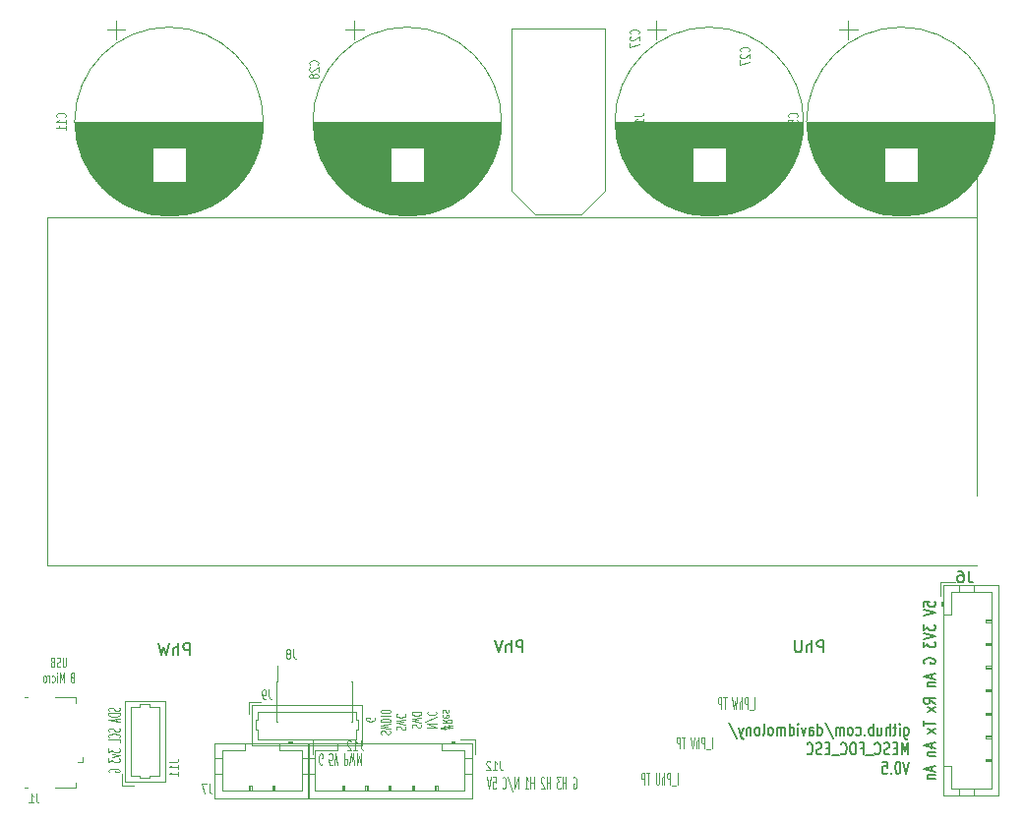
<source format=gbr>
G04 #@! TF.GenerationSoftware,KiCad,Pcbnew,(5.1.2)-2*
G04 #@! TF.CreationDate,2020-12-15T14:43:02+00:00*
G04 #@! TF.ProjectId,INV_Board,494e565f-426f-4617-9264-2e6b69636164,rev?*
G04 #@! TF.SameCoordinates,Original*
G04 #@! TF.FileFunction,Legend,Bot*
G04 #@! TF.FilePolarity,Positive*
%FSLAX46Y46*%
G04 Gerber Fmt 4.6, Leading zero omitted, Abs format (unit mm)*
G04 Created by KiCad (PCBNEW (5.1.2)-2) date 2020-12-15 14:43:02*
%MOMM*%
%LPD*%
G04 APERTURE LIST*
%ADD10C,0.125000*%
%ADD11C,0.150000*%
%ADD12C,0.200000*%
%ADD13C,0.120000*%
G04 APERTURE END LIST*
D10*
X124217261Y-107714285D02*
X124264880Y-107785714D01*
X124264880Y-107904761D01*
X124217261Y-107952380D01*
X124169642Y-107976190D01*
X124074404Y-108000000D01*
X123979166Y-108000000D01*
X123883928Y-107976190D01*
X123836309Y-107952380D01*
X123788690Y-107904761D01*
X123741071Y-107809523D01*
X123693452Y-107761904D01*
X123645833Y-107738095D01*
X123550595Y-107714285D01*
X123455357Y-107714285D01*
X123360119Y-107738095D01*
X123312500Y-107761904D01*
X123264880Y-107809523D01*
X123264880Y-107928571D01*
X123312500Y-108000000D01*
X124264880Y-108214285D02*
X123264880Y-108214285D01*
X123264880Y-108333333D01*
X123312500Y-108404761D01*
X123407738Y-108452380D01*
X123502976Y-108476190D01*
X123693452Y-108500000D01*
X123836309Y-108500000D01*
X124026785Y-108476190D01*
X124122023Y-108452380D01*
X124217261Y-108404761D01*
X124264880Y-108333333D01*
X124264880Y-108214285D01*
X123979166Y-108690476D02*
X123979166Y-108928571D01*
X124264880Y-108642857D02*
X123264880Y-108809523D01*
X124264880Y-108976190D01*
X124217261Y-109500000D02*
X124264880Y-109571428D01*
X124264880Y-109690476D01*
X124217261Y-109738095D01*
X124169642Y-109761904D01*
X124074404Y-109785714D01*
X123979166Y-109785714D01*
X123883928Y-109761904D01*
X123836309Y-109738095D01*
X123788690Y-109690476D01*
X123741071Y-109595238D01*
X123693452Y-109547619D01*
X123645833Y-109523809D01*
X123550595Y-109500000D01*
X123455357Y-109500000D01*
X123360119Y-109523809D01*
X123312500Y-109547619D01*
X123264880Y-109595238D01*
X123264880Y-109714285D01*
X123312500Y-109785714D01*
X124169642Y-110285714D02*
X124217261Y-110261904D01*
X124264880Y-110190476D01*
X124264880Y-110142857D01*
X124217261Y-110071428D01*
X124122023Y-110023809D01*
X124026785Y-110000000D01*
X123836309Y-109976190D01*
X123693452Y-109976190D01*
X123502976Y-110000000D01*
X123407738Y-110023809D01*
X123312500Y-110071428D01*
X123264880Y-110142857D01*
X123264880Y-110190476D01*
X123312500Y-110261904D01*
X123360119Y-110285714D01*
X124264880Y-110738095D02*
X124264880Y-110500000D01*
X123264880Y-110500000D01*
X123264880Y-111238095D02*
X123264880Y-111547619D01*
X123645833Y-111380952D01*
X123645833Y-111452380D01*
X123693452Y-111500000D01*
X123741071Y-111523809D01*
X123836309Y-111547619D01*
X124074404Y-111547619D01*
X124169642Y-111523809D01*
X124217261Y-111500000D01*
X124264880Y-111452380D01*
X124264880Y-111309523D01*
X124217261Y-111261904D01*
X124169642Y-111238095D01*
X123598214Y-111714285D02*
X124264880Y-111833333D01*
X123598214Y-111952380D01*
X123264880Y-112095238D02*
X123264880Y-112404761D01*
X123645833Y-112238095D01*
X123645833Y-112309523D01*
X123693452Y-112357142D01*
X123741071Y-112380952D01*
X123836309Y-112404761D01*
X124074404Y-112404761D01*
X124169642Y-112380952D01*
X124217261Y-112357142D01*
X124264880Y-112309523D01*
X124264880Y-112166666D01*
X124217261Y-112119047D01*
X124169642Y-112095238D01*
X123312500Y-113261904D02*
X123264880Y-113214285D01*
X123264880Y-113142857D01*
X123312500Y-113071428D01*
X123407738Y-113023809D01*
X123502976Y-113000000D01*
X123693452Y-112976190D01*
X123836309Y-112976190D01*
X124026785Y-113000000D01*
X124122023Y-113023809D01*
X124217261Y-113071428D01*
X124264880Y-113142857D01*
X124264880Y-113190476D01*
X124217261Y-113261904D01*
X124169642Y-113285714D01*
X123836309Y-113285714D01*
X123836309Y-113190476D01*
D11*
X191769166Y-109435714D02*
X191769166Y-110245238D01*
X191807261Y-110340476D01*
X191845357Y-110388095D01*
X191921547Y-110435714D01*
X192035833Y-110435714D01*
X192112023Y-110388095D01*
X191769166Y-110054761D02*
X191845357Y-110102380D01*
X191997738Y-110102380D01*
X192073928Y-110054761D01*
X192112023Y-110007142D01*
X192150119Y-109911904D01*
X192150119Y-109626190D01*
X192112023Y-109530952D01*
X192073928Y-109483333D01*
X191997738Y-109435714D01*
X191845357Y-109435714D01*
X191769166Y-109483333D01*
X191388214Y-110102380D02*
X191388214Y-109435714D01*
X191388214Y-109102380D02*
X191426309Y-109150000D01*
X191388214Y-109197619D01*
X191350119Y-109150000D01*
X191388214Y-109102380D01*
X191388214Y-109197619D01*
X191121547Y-109435714D02*
X190816785Y-109435714D01*
X191007261Y-109102380D02*
X191007261Y-109959523D01*
X190969166Y-110054761D01*
X190892976Y-110102380D01*
X190816785Y-110102380D01*
X190550119Y-110102380D02*
X190550119Y-109102380D01*
X190207261Y-110102380D02*
X190207261Y-109578571D01*
X190245357Y-109483333D01*
X190321547Y-109435714D01*
X190435833Y-109435714D01*
X190512023Y-109483333D01*
X190550119Y-109530952D01*
X189483452Y-109435714D02*
X189483452Y-110102380D01*
X189826309Y-109435714D02*
X189826309Y-109959523D01*
X189788214Y-110054761D01*
X189712023Y-110102380D01*
X189597738Y-110102380D01*
X189521547Y-110054761D01*
X189483452Y-110007142D01*
X189102500Y-110102380D02*
X189102500Y-109102380D01*
X189102500Y-109483333D02*
X189026309Y-109435714D01*
X188873928Y-109435714D01*
X188797738Y-109483333D01*
X188759642Y-109530952D01*
X188721547Y-109626190D01*
X188721547Y-109911904D01*
X188759642Y-110007142D01*
X188797738Y-110054761D01*
X188873928Y-110102380D01*
X189026309Y-110102380D01*
X189102500Y-110054761D01*
X188378690Y-110007142D02*
X188340595Y-110054761D01*
X188378690Y-110102380D01*
X188416785Y-110054761D01*
X188378690Y-110007142D01*
X188378690Y-110102380D01*
X187654880Y-110054761D02*
X187731071Y-110102380D01*
X187883452Y-110102380D01*
X187959642Y-110054761D01*
X187997738Y-110007142D01*
X188035833Y-109911904D01*
X188035833Y-109626190D01*
X187997738Y-109530952D01*
X187959642Y-109483333D01*
X187883452Y-109435714D01*
X187731071Y-109435714D01*
X187654880Y-109483333D01*
X187197738Y-110102380D02*
X187273928Y-110054761D01*
X187312023Y-110007142D01*
X187350119Y-109911904D01*
X187350119Y-109626190D01*
X187312023Y-109530952D01*
X187273928Y-109483333D01*
X187197738Y-109435714D01*
X187083452Y-109435714D01*
X187007261Y-109483333D01*
X186969166Y-109530952D01*
X186931071Y-109626190D01*
X186931071Y-109911904D01*
X186969166Y-110007142D01*
X187007261Y-110054761D01*
X187083452Y-110102380D01*
X187197738Y-110102380D01*
X186588214Y-110102380D02*
X186588214Y-109435714D01*
X186588214Y-109530952D02*
X186550119Y-109483333D01*
X186473928Y-109435714D01*
X186359642Y-109435714D01*
X186283452Y-109483333D01*
X186245357Y-109578571D01*
X186245357Y-110102380D01*
X186245357Y-109578571D02*
X186207261Y-109483333D01*
X186131071Y-109435714D01*
X186016785Y-109435714D01*
X185940595Y-109483333D01*
X185902500Y-109578571D01*
X185902500Y-110102380D01*
X184950119Y-109054761D02*
X185635833Y-110340476D01*
X184340595Y-110102380D02*
X184340595Y-109102380D01*
X184340595Y-110054761D02*
X184416785Y-110102380D01*
X184569166Y-110102380D01*
X184645357Y-110054761D01*
X184683452Y-110007142D01*
X184721547Y-109911904D01*
X184721547Y-109626190D01*
X184683452Y-109530952D01*
X184645357Y-109483333D01*
X184569166Y-109435714D01*
X184416785Y-109435714D01*
X184340595Y-109483333D01*
X183616785Y-110102380D02*
X183616785Y-109578571D01*
X183654880Y-109483333D01*
X183731071Y-109435714D01*
X183883452Y-109435714D01*
X183959642Y-109483333D01*
X183616785Y-110054761D02*
X183692976Y-110102380D01*
X183883452Y-110102380D01*
X183959642Y-110054761D01*
X183997738Y-109959523D01*
X183997738Y-109864285D01*
X183959642Y-109769047D01*
X183883452Y-109721428D01*
X183692976Y-109721428D01*
X183616785Y-109673809D01*
X183312023Y-109435714D02*
X183121547Y-110102380D01*
X182931071Y-109435714D01*
X182626309Y-110102380D02*
X182626309Y-109435714D01*
X182626309Y-109102380D02*
X182664404Y-109150000D01*
X182626309Y-109197619D01*
X182588214Y-109150000D01*
X182626309Y-109102380D01*
X182626309Y-109197619D01*
X181902500Y-110102380D02*
X181902500Y-109102380D01*
X181902500Y-110054761D02*
X181978690Y-110102380D01*
X182131071Y-110102380D01*
X182207261Y-110054761D01*
X182245357Y-110007142D01*
X182283452Y-109911904D01*
X182283452Y-109626190D01*
X182245357Y-109530952D01*
X182207261Y-109483333D01*
X182131071Y-109435714D01*
X181978690Y-109435714D01*
X181902500Y-109483333D01*
X181521547Y-110102380D02*
X181521547Y-109435714D01*
X181521547Y-109530952D02*
X181483452Y-109483333D01*
X181407261Y-109435714D01*
X181292976Y-109435714D01*
X181216785Y-109483333D01*
X181178690Y-109578571D01*
X181178690Y-110102380D01*
X181178690Y-109578571D02*
X181140595Y-109483333D01*
X181064404Y-109435714D01*
X180950119Y-109435714D01*
X180873928Y-109483333D01*
X180835833Y-109578571D01*
X180835833Y-110102380D01*
X180340595Y-110102380D02*
X180416785Y-110054761D01*
X180454880Y-110007142D01*
X180492976Y-109911904D01*
X180492976Y-109626190D01*
X180454880Y-109530952D01*
X180416785Y-109483333D01*
X180340595Y-109435714D01*
X180226309Y-109435714D01*
X180150119Y-109483333D01*
X180112023Y-109530952D01*
X180073928Y-109626190D01*
X180073928Y-109911904D01*
X180112023Y-110007142D01*
X180150119Y-110054761D01*
X180226309Y-110102380D01*
X180340595Y-110102380D01*
X179616785Y-110102380D02*
X179692976Y-110054761D01*
X179731071Y-109959523D01*
X179731071Y-109102380D01*
X179197738Y-110102380D02*
X179273928Y-110054761D01*
X179312023Y-110007142D01*
X179350119Y-109911904D01*
X179350119Y-109626190D01*
X179312023Y-109530952D01*
X179273928Y-109483333D01*
X179197738Y-109435714D01*
X179083452Y-109435714D01*
X179007261Y-109483333D01*
X178969166Y-109530952D01*
X178931071Y-109626190D01*
X178931071Y-109911904D01*
X178969166Y-110007142D01*
X179007261Y-110054761D01*
X179083452Y-110102380D01*
X179197738Y-110102380D01*
X178588214Y-109435714D02*
X178588214Y-110102380D01*
X178588214Y-109530952D02*
X178550119Y-109483333D01*
X178473928Y-109435714D01*
X178359642Y-109435714D01*
X178283452Y-109483333D01*
X178245357Y-109578571D01*
X178245357Y-110102380D01*
X177940595Y-109435714D02*
X177750119Y-110102380D01*
X177559642Y-109435714D02*
X177750119Y-110102380D01*
X177826309Y-110340476D01*
X177864404Y-110388095D01*
X177940595Y-110435714D01*
X176683452Y-109054761D02*
X177369166Y-110340476D01*
X192112023Y-111752380D02*
X192112023Y-110752380D01*
X191845357Y-111466666D01*
X191578690Y-110752380D01*
X191578690Y-111752380D01*
X191197738Y-111228571D02*
X190931071Y-111228571D01*
X190816785Y-111752380D02*
X191197738Y-111752380D01*
X191197738Y-110752380D01*
X190816785Y-110752380D01*
X190512023Y-111704761D02*
X190397738Y-111752380D01*
X190207261Y-111752380D01*
X190131071Y-111704761D01*
X190092976Y-111657142D01*
X190054880Y-111561904D01*
X190054880Y-111466666D01*
X190092976Y-111371428D01*
X190131071Y-111323809D01*
X190207261Y-111276190D01*
X190359642Y-111228571D01*
X190435833Y-111180952D01*
X190473928Y-111133333D01*
X190512023Y-111038095D01*
X190512023Y-110942857D01*
X190473928Y-110847619D01*
X190435833Y-110800000D01*
X190359642Y-110752380D01*
X190169166Y-110752380D01*
X190054880Y-110800000D01*
X189254880Y-111657142D02*
X189292976Y-111704761D01*
X189407261Y-111752380D01*
X189483452Y-111752380D01*
X189597738Y-111704761D01*
X189673928Y-111609523D01*
X189712023Y-111514285D01*
X189750119Y-111323809D01*
X189750119Y-111180952D01*
X189712023Y-110990476D01*
X189673928Y-110895238D01*
X189597738Y-110800000D01*
X189483452Y-110752380D01*
X189407261Y-110752380D01*
X189292976Y-110800000D01*
X189254880Y-110847619D01*
X189102500Y-111847619D02*
X188492976Y-111847619D01*
X188035833Y-111228571D02*
X188302500Y-111228571D01*
X188302500Y-111752380D02*
X188302500Y-110752380D01*
X187921547Y-110752380D01*
X187464404Y-110752380D02*
X187312023Y-110752380D01*
X187235833Y-110800000D01*
X187159642Y-110895238D01*
X187121547Y-111085714D01*
X187121547Y-111419047D01*
X187159642Y-111609523D01*
X187235833Y-111704761D01*
X187312023Y-111752380D01*
X187464404Y-111752380D01*
X187540595Y-111704761D01*
X187616785Y-111609523D01*
X187654880Y-111419047D01*
X187654880Y-111085714D01*
X187616785Y-110895238D01*
X187540595Y-110800000D01*
X187464404Y-110752380D01*
X186321547Y-111657142D02*
X186359642Y-111704761D01*
X186473928Y-111752380D01*
X186550119Y-111752380D01*
X186664404Y-111704761D01*
X186740595Y-111609523D01*
X186778690Y-111514285D01*
X186816785Y-111323809D01*
X186816785Y-111180952D01*
X186778690Y-110990476D01*
X186740595Y-110895238D01*
X186664404Y-110800000D01*
X186550119Y-110752380D01*
X186473928Y-110752380D01*
X186359642Y-110800000D01*
X186321547Y-110847619D01*
X186169166Y-111847619D02*
X185559642Y-111847619D01*
X185369166Y-111228571D02*
X185102500Y-111228571D01*
X184988214Y-111752380D02*
X185369166Y-111752380D01*
X185369166Y-110752380D01*
X184988214Y-110752380D01*
X184683452Y-111704761D02*
X184569166Y-111752380D01*
X184378690Y-111752380D01*
X184302500Y-111704761D01*
X184264404Y-111657142D01*
X184226309Y-111561904D01*
X184226309Y-111466666D01*
X184264404Y-111371428D01*
X184302500Y-111323809D01*
X184378690Y-111276190D01*
X184531071Y-111228571D01*
X184607261Y-111180952D01*
X184645357Y-111133333D01*
X184683452Y-111038095D01*
X184683452Y-110942857D01*
X184645357Y-110847619D01*
X184607261Y-110800000D01*
X184531071Y-110752380D01*
X184340595Y-110752380D01*
X184226309Y-110800000D01*
X183426309Y-111657142D02*
X183464404Y-111704761D01*
X183578690Y-111752380D01*
X183654880Y-111752380D01*
X183769166Y-111704761D01*
X183845357Y-111609523D01*
X183883452Y-111514285D01*
X183921547Y-111323809D01*
X183921547Y-111180952D01*
X183883452Y-110990476D01*
X183845357Y-110895238D01*
X183769166Y-110800000D01*
X183654880Y-110752380D01*
X183578690Y-110752380D01*
X183464404Y-110800000D01*
X183426309Y-110847619D01*
X192226309Y-112402380D02*
X191959642Y-113402380D01*
X191692976Y-112402380D01*
X191273928Y-112402380D02*
X191197738Y-112402380D01*
X191121547Y-112450000D01*
X191083452Y-112497619D01*
X191045357Y-112592857D01*
X191007261Y-112783333D01*
X191007261Y-113021428D01*
X191045357Y-113211904D01*
X191083452Y-113307142D01*
X191121547Y-113354761D01*
X191197738Y-113402380D01*
X191273928Y-113402380D01*
X191350119Y-113354761D01*
X191388214Y-113307142D01*
X191426309Y-113211904D01*
X191464404Y-113021428D01*
X191464404Y-112783333D01*
X191426309Y-112592857D01*
X191388214Y-112497619D01*
X191350119Y-112450000D01*
X191273928Y-112402380D01*
X190664404Y-113307142D02*
X190626309Y-113354761D01*
X190664404Y-113402380D01*
X190702500Y-113354761D01*
X190664404Y-113307142D01*
X190664404Y-113402380D01*
X189902500Y-112402380D02*
X190283452Y-112402380D01*
X190321547Y-112878571D01*
X190283452Y-112830952D01*
X190207261Y-112783333D01*
X190016785Y-112783333D01*
X189940595Y-112830952D01*
X189902500Y-112878571D01*
X189864404Y-112973809D01*
X189864404Y-113211904D01*
X189902500Y-113307142D01*
X189940595Y-113354761D01*
X190016785Y-113402380D01*
X190207261Y-113402380D01*
X190283452Y-113354761D01*
X190321547Y-113307142D01*
D10*
X178933333Y-107852380D02*
X178933333Y-106852380D01*
X178814285Y-107947619D02*
X178433333Y-107947619D01*
X178314285Y-107852380D02*
X178314285Y-106852380D01*
X178123809Y-106852380D01*
X178076190Y-106900000D01*
X178052380Y-106947619D01*
X178028571Y-107042857D01*
X178028571Y-107185714D01*
X178052380Y-107280952D01*
X178076190Y-107328571D01*
X178123809Y-107376190D01*
X178314285Y-107376190D01*
X177814285Y-107852380D02*
X177814285Y-106852380D01*
X177600000Y-107852380D02*
X177600000Y-107328571D01*
X177623809Y-107233333D01*
X177671428Y-107185714D01*
X177742857Y-107185714D01*
X177790476Y-107233333D01*
X177814285Y-107280952D01*
X177409523Y-106852380D02*
X177290476Y-107852380D01*
X177195238Y-107138095D01*
X177100000Y-107852380D01*
X176980952Y-106852380D01*
X176480952Y-106852380D02*
X176195238Y-106852380D01*
X176338095Y-107852380D02*
X176338095Y-106852380D01*
X176028571Y-107852380D02*
X176028571Y-106852380D01*
X175838095Y-106852380D01*
X175790476Y-106900000D01*
X175766666Y-106947619D01*
X175742857Y-107042857D01*
X175742857Y-107185714D01*
X175766666Y-107280952D01*
X175790476Y-107328571D01*
X175838095Y-107376190D01*
X176028571Y-107376190D01*
D12*
X193452380Y-98992857D02*
X193452380Y-98611904D01*
X193928571Y-98573809D01*
X193880952Y-98611904D01*
X193833333Y-98688095D01*
X193833333Y-98878571D01*
X193880952Y-98954761D01*
X193928571Y-98992857D01*
X194023809Y-99030952D01*
X194261904Y-99030952D01*
X194357142Y-98992857D01*
X194404761Y-98954761D01*
X194452380Y-98878571D01*
X194452380Y-98688095D01*
X194404761Y-98611904D01*
X194357142Y-98573809D01*
X193452380Y-99259523D02*
X194452380Y-99526190D01*
X193452380Y-99792857D01*
X193452380Y-100592857D02*
X193452380Y-101088095D01*
X193833333Y-100821428D01*
X193833333Y-100935714D01*
X193880952Y-101011904D01*
X193928571Y-101050000D01*
X194023809Y-101088095D01*
X194261904Y-101088095D01*
X194357142Y-101050000D01*
X194404761Y-101011904D01*
X194452380Y-100935714D01*
X194452380Y-100707142D01*
X194404761Y-100630952D01*
X194357142Y-100592857D01*
X193452380Y-101316666D02*
X194452380Y-101583333D01*
X193452380Y-101850000D01*
X193452380Y-102040476D02*
X193452380Y-102535714D01*
X193833333Y-102269047D01*
X193833333Y-102383333D01*
X193880952Y-102459523D01*
X193928571Y-102497619D01*
X194023809Y-102535714D01*
X194261904Y-102535714D01*
X194357142Y-102497619D01*
X194404761Y-102459523D01*
X194452380Y-102383333D01*
X194452380Y-102154761D01*
X194404761Y-102078571D01*
X194357142Y-102040476D01*
X193500000Y-103907142D02*
X193452380Y-103830952D01*
X193452380Y-103716666D01*
X193500000Y-103602380D01*
X193595238Y-103526190D01*
X193690476Y-103488095D01*
X193880952Y-103450000D01*
X194023809Y-103450000D01*
X194214285Y-103488095D01*
X194309523Y-103526190D01*
X194404761Y-103602380D01*
X194452380Y-103716666D01*
X194452380Y-103792857D01*
X194404761Y-103907142D01*
X194357142Y-103945238D01*
X194023809Y-103945238D01*
X194023809Y-103792857D01*
X194166666Y-104859523D02*
X194166666Y-105240476D01*
X194452380Y-104783333D02*
X193452380Y-105050000D01*
X194452380Y-105316666D01*
X193785714Y-105583333D02*
X194452380Y-105583333D01*
X193880952Y-105583333D02*
X193833333Y-105621428D01*
X193785714Y-105697619D01*
X193785714Y-105811904D01*
X193833333Y-105888095D01*
X193928571Y-105926190D01*
X194452380Y-105926190D01*
X194452380Y-107373809D02*
X193976190Y-107107142D01*
X194452380Y-106916666D02*
X193452380Y-106916666D01*
X193452380Y-107221428D01*
X193500000Y-107297619D01*
X193547619Y-107335714D01*
X193642857Y-107373809D01*
X193785714Y-107373809D01*
X193880952Y-107335714D01*
X193928571Y-107297619D01*
X193976190Y-107221428D01*
X193976190Y-106916666D01*
X194452380Y-107640476D02*
X193785714Y-108059523D01*
X193785714Y-107640476D02*
X194452380Y-108059523D01*
X193452380Y-108859523D02*
X193452380Y-109316666D01*
X194452380Y-109088095D02*
X193452380Y-109088095D01*
X194452380Y-109507142D02*
X193785714Y-109926190D01*
X193785714Y-109507142D02*
X194452380Y-109926190D01*
X194166666Y-110802380D02*
X194166666Y-111183333D01*
X194452380Y-110726190D02*
X193452380Y-110992857D01*
X194452380Y-111259523D01*
X193785714Y-111526190D02*
X194452380Y-111526190D01*
X193880952Y-111526190D02*
X193833333Y-111564285D01*
X193785714Y-111640476D01*
X193785714Y-111754761D01*
X193833333Y-111830952D01*
X193928571Y-111869047D01*
X194452380Y-111869047D01*
X194166666Y-112821428D02*
X194166666Y-113202380D01*
X194452380Y-112745238D02*
X193452380Y-113011904D01*
X194452380Y-113278571D01*
X193785714Y-113545238D02*
X194452380Y-113545238D01*
X193880952Y-113545238D02*
X193833333Y-113583333D01*
X193785714Y-113659523D01*
X193785714Y-113773809D01*
X193833333Y-113850000D01*
X193928571Y-113888095D01*
X194452380Y-113888095D01*
D10*
X119630952Y-103399404D02*
X119630952Y-104047023D01*
X119607142Y-104123214D01*
X119583333Y-104161309D01*
X119535714Y-104199404D01*
X119440476Y-104199404D01*
X119392857Y-104161309D01*
X119369047Y-104123214D01*
X119345238Y-104047023D01*
X119345238Y-103399404D01*
X119130952Y-104161309D02*
X119059523Y-104199404D01*
X118940476Y-104199404D01*
X118892857Y-104161309D01*
X118869047Y-104123214D01*
X118845238Y-104047023D01*
X118845238Y-103970833D01*
X118869047Y-103894642D01*
X118892857Y-103856547D01*
X118940476Y-103818452D01*
X119035714Y-103780357D01*
X119083333Y-103742261D01*
X119107142Y-103704166D01*
X119130952Y-103627976D01*
X119130952Y-103551785D01*
X119107142Y-103475595D01*
X119083333Y-103437500D01*
X119035714Y-103399404D01*
X118916666Y-103399404D01*
X118845238Y-103437500D01*
X118464285Y-103780357D02*
X118392857Y-103818452D01*
X118369047Y-103856547D01*
X118345238Y-103932738D01*
X118345238Y-104047023D01*
X118369047Y-104123214D01*
X118392857Y-104161309D01*
X118440476Y-104199404D01*
X118630952Y-104199404D01*
X118630952Y-103399404D01*
X118464285Y-103399404D01*
X118416666Y-103437500D01*
X118392857Y-103475595D01*
X118369047Y-103551785D01*
X118369047Y-103627976D01*
X118392857Y-103704166D01*
X118416666Y-103742261D01*
X118464285Y-103780357D01*
X118630952Y-103780357D01*
X120154761Y-105105357D02*
X120083333Y-105143452D01*
X120059523Y-105181547D01*
X120035714Y-105257738D01*
X120035714Y-105372023D01*
X120059523Y-105448214D01*
X120083333Y-105486309D01*
X120130952Y-105524404D01*
X120321428Y-105524404D01*
X120321428Y-104724404D01*
X120154761Y-104724404D01*
X120107142Y-104762500D01*
X120083333Y-104800595D01*
X120059523Y-104876785D01*
X120059523Y-104952976D01*
X120083333Y-105029166D01*
X120107142Y-105067261D01*
X120154761Y-105105357D01*
X120321428Y-105105357D01*
X119440476Y-105524404D02*
X119440476Y-104724404D01*
X119273809Y-105295833D01*
X119107142Y-104724404D01*
X119107142Y-105524404D01*
X118869047Y-105524404D02*
X118869047Y-104991071D01*
X118869047Y-104724404D02*
X118892857Y-104762500D01*
X118869047Y-104800595D01*
X118845238Y-104762500D01*
X118869047Y-104724404D01*
X118869047Y-104800595D01*
X118416666Y-105486309D02*
X118464285Y-105524404D01*
X118559523Y-105524404D01*
X118607142Y-105486309D01*
X118630952Y-105448214D01*
X118654761Y-105372023D01*
X118654761Y-105143452D01*
X118630952Y-105067261D01*
X118607142Y-105029166D01*
X118559523Y-104991071D01*
X118464285Y-104991071D01*
X118416666Y-105029166D01*
X118202380Y-105524404D02*
X118202380Y-104991071D01*
X118202380Y-105143452D02*
X118178571Y-105067261D01*
X118154761Y-105029166D01*
X118107142Y-104991071D01*
X118059523Y-104991071D01*
X117821428Y-105524404D02*
X117869047Y-105486309D01*
X117892857Y-105448214D01*
X117916666Y-105372023D01*
X117916666Y-105143452D01*
X117892857Y-105067261D01*
X117869047Y-105029166D01*
X117821428Y-104991071D01*
X117750000Y-104991071D01*
X117702380Y-105029166D01*
X117678571Y-105067261D01*
X117654761Y-105143452D01*
X117654761Y-105372023D01*
X117678571Y-105448214D01*
X117702380Y-105486309D01*
X117750000Y-105524404D01*
X117821428Y-105524404D01*
D11*
X130285714Y-103202380D02*
X130285714Y-102202380D01*
X129904761Y-102202380D01*
X129809523Y-102250000D01*
X129761904Y-102297619D01*
X129714285Y-102392857D01*
X129714285Y-102535714D01*
X129761904Y-102630952D01*
X129809523Y-102678571D01*
X129904761Y-102726190D01*
X130285714Y-102726190D01*
X129285714Y-103202380D02*
X129285714Y-102202380D01*
X128857142Y-103202380D02*
X128857142Y-102678571D01*
X128904761Y-102583333D01*
X129000000Y-102535714D01*
X129142857Y-102535714D01*
X129238095Y-102583333D01*
X129285714Y-102630952D01*
X128476190Y-102202380D02*
X128238095Y-103202380D01*
X128047619Y-102488095D01*
X127857142Y-103202380D01*
X127619047Y-102202380D01*
X158942857Y-102952380D02*
X158942857Y-101952380D01*
X158561904Y-101952380D01*
X158466666Y-102000000D01*
X158419047Y-102047619D01*
X158371428Y-102142857D01*
X158371428Y-102285714D01*
X158419047Y-102380952D01*
X158466666Y-102428571D01*
X158561904Y-102476190D01*
X158942857Y-102476190D01*
X157942857Y-102952380D02*
X157942857Y-101952380D01*
X157514285Y-102952380D02*
X157514285Y-102428571D01*
X157561904Y-102333333D01*
X157657142Y-102285714D01*
X157800000Y-102285714D01*
X157895238Y-102333333D01*
X157942857Y-102380952D01*
X157180952Y-101952380D02*
X156847619Y-102952380D01*
X156514285Y-101952380D01*
X184838095Y-102952380D02*
X184838095Y-101952380D01*
X184457142Y-101952380D01*
X184361904Y-102000000D01*
X184314285Y-102047619D01*
X184266666Y-102142857D01*
X184266666Y-102285714D01*
X184314285Y-102380952D01*
X184361904Y-102428571D01*
X184457142Y-102476190D01*
X184838095Y-102476190D01*
X183838095Y-102952380D02*
X183838095Y-101952380D01*
X183409523Y-102952380D02*
X183409523Y-102428571D01*
X183457142Y-102333333D01*
X183552380Y-102285714D01*
X183695238Y-102285714D01*
X183790476Y-102333333D01*
X183838095Y-102380952D01*
X182933333Y-101952380D02*
X182933333Y-102761904D01*
X182885714Y-102857142D01*
X182838095Y-102904761D01*
X182742857Y-102952380D01*
X182552380Y-102952380D01*
X182457142Y-102904761D01*
X182409523Y-102857142D01*
X182361904Y-102761904D01*
X182361904Y-101952380D01*
D10*
X172259523Y-114352380D02*
X172259523Y-113352380D01*
X172140476Y-114447619D02*
X171759523Y-114447619D01*
X171640476Y-114352380D02*
X171640476Y-113352380D01*
X171450000Y-113352380D01*
X171402380Y-113400000D01*
X171378571Y-113447619D01*
X171354761Y-113542857D01*
X171354761Y-113685714D01*
X171378571Y-113780952D01*
X171402380Y-113828571D01*
X171450000Y-113876190D01*
X171640476Y-113876190D01*
X171140476Y-114352380D02*
X171140476Y-113352380D01*
X170926190Y-114352380D02*
X170926190Y-113828571D01*
X170950000Y-113733333D01*
X170997619Y-113685714D01*
X171069047Y-113685714D01*
X171116666Y-113733333D01*
X171140476Y-113780952D01*
X170688095Y-113352380D02*
X170688095Y-114161904D01*
X170664285Y-114257142D01*
X170640476Y-114304761D01*
X170592857Y-114352380D01*
X170497619Y-114352380D01*
X170450000Y-114304761D01*
X170426190Y-114257142D01*
X170402380Y-114161904D01*
X170402380Y-113352380D01*
X169854761Y-113352380D02*
X169569047Y-113352380D01*
X169711904Y-114352380D02*
X169711904Y-113352380D01*
X169402380Y-114352380D02*
X169402380Y-113352380D01*
X169211904Y-113352380D01*
X169164285Y-113400000D01*
X169140476Y-113447619D01*
X169116666Y-113542857D01*
X169116666Y-113685714D01*
X169140476Y-113780952D01*
X169164285Y-113828571D01*
X169211904Y-113876190D01*
X169402380Y-113876190D01*
X175211904Y-111252380D02*
X175211904Y-110252380D01*
X175092857Y-111347619D02*
X174711904Y-111347619D01*
X174592857Y-111252380D02*
X174592857Y-110252380D01*
X174402380Y-110252380D01*
X174354761Y-110300000D01*
X174330952Y-110347619D01*
X174307142Y-110442857D01*
X174307142Y-110585714D01*
X174330952Y-110680952D01*
X174354761Y-110728571D01*
X174402380Y-110776190D01*
X174592857Y-110776190D01*
X174092857Y-111252380D02*
X174092857Y-110252380D01*
X173878571Y-111252380D02*
X173878571Y-110728571D01*
X173902380Y-110633333D01*
X173950000Y-110585714D01*
X174021428Y-110585714D01*
X174069047Y-110633333D01*
X174092857Y-110680952D01*
X173711904Y-110252380D02*
X173545238Y-111252380D01*
X173378571Y-110252380D01*
X172902380Y-110252380D02*
X172616666Y-110252380D01*
X172759523Y-111252380D02*
X172759523Y-110252380D01*
X172450000Y-111252380D02*
X172450000Y-110252380D01*
X172259523Y-110252380D01*
X172211904Y-110300000D01*
X172188095Y-110347619D01*
X172164285Y-110442857D01*
X172164285Y-110585714D01*
X172188095Y-110680952D01*
X172211904Y-110728571D01*
X172259523Y-110776190D01*
X172450000Y-110776190D01*
X152583928Y-109571428D02*
X152583928Y-109214285D01*
X152926785Y-109428571D02*
X151898214Y-109571428D01*
X152241071Y-109261904D02*
X152241071Y-109619047D01*
X151898214Y-109404761D02*
X152926785Y-109261904D01*
X152050595Y-108761904D02*
X152431547Y-108928571D01*
X152050595Y-109047619D02*
X152850595Y-109047619D01*
X152850595Y-108857142D01*
X152812500Y-108809523D01*
X152774404Y-108785714D01*
X152698214Y-108761904D01*
X152583928Y-108761904D01*
X152507738Y-108785714D01*
X152469642Y-108809523D01*
X152431547Y-108857142D01*
X152431547Y-109047619D01*
X152088690Y-108357142D02*
X152050595Y-108404761D01*
X152050595Y-108500000D01*
X152088690Y-108547619D01*
X152164880Y-108571428D01*
X152469642Y-108571428D01*
X152545833Y-108547619D01*
X152583928Y-108500000D01*
X152583928Y-108404761D01*
X152545833Y-108357142D01*
X152469642Y-108333333D01*
X152393452Y-108333333D01*
X152317261Y-108571428D01*
X152088690Y-108142857D02*
X152050595Y-108095238D01*
X152050595Y-108000000D01*
X152088690Y-107952380D01*
X152164880Y-107928571D01*
X152202976Y-107928571D01*
X152279166Y-107952380D01*
X152317261Y-108000000D01*
X152317261Y-108071428D01*
X152355357Y-108119047D01*
X152431547Y-108142857D01*
X152469642Y-108142857D01*
X152545833Y-108119047D01*
X152583928Y-108071428D01*
X152583928Y-108000000D01*
X152545833Y-107952380D01*
X150725595Y-109404761D02*
X151525595Y-109404761D01*
X150725595Y-109119047D01*
X151525595Y-109119047D01*
X151563690Y-108523809D02*
X150535119Y-108952380D01*
X150801785Y-108071428D02*
X150763690Y-108095238D01*
X150725595Y-108166666D01*
X150725595Y-108214285D01*
X150763690Y-108285714D01*
X150839880Y-108333333D01*
X150916071Y-108357142D01*
X151068452Y-108380952D01*
X151182738Y-108380952D01*
X151335119Y-108357142D01*
X151411309Y-108333333D01*
X151487500Y-108285714D01*
X151525595Y-108214285D01*
X151525595Y-108166666D01*
X151487500Y-108095238D01*
X151449404Y-108071428D01*
X149438690Y-109440476D02*
X149400595Y-109369047D01*
X149400595Y-109250000D01*
X149438690Y-109202380D01*
X149476785Y-109178571D01*
X149552976Y-109154761D01*
X149629166Y-109154761D01*
X149705357Y-109178571D01*
X149743452Y-109202380D01*
X149781547Y-109250000D01*
X149819642Y-109345238D01*
X149857738Y-109392857D01*
X149895833Y-109416666D01*
X149972023Y-109440476D01*
X150048214Y-109440476D01*
X150124404Y-109416666D01*
X150162500Y-109392857D01*
X150200595Y-109345238D01*
X150200595Y-109226190D01*
X150162500Y-109154761D01*
X150200595Y-108988095D02*
X149400595Y-108869047D01*
X149972023Y-108773809D01*
X149400595Y-108678571D01*
X150200595Y-108559523D01*
X150200595Y-108273809D02*
X150200595Y-108178571D01*
X150162500Y-108130952D01*
X150086309Y-108083333D01*
X149933928Y-108059523D01*
X149667261Y-108059523D01*
X149514880Y-108083333D01*
X149438690Y-108130952D01*
X149400595Y-108178571D01*
X149400595Y-108273809D01*
X149438690Y-108321428D01*
X149514880Y-108369047D01*
X149667261Y-108392857D01*
X149933928Y-108392857D01*
X150086309Y-108369047D01*
X150162500Y-108321428D01*
X150200595Y-108273809D01*
X148113690Y-109619047D02*
X148075595Y-109547619D01*
X148075595Y-109428571D01*
X148113690Y-109380952D01*
X148151785Y-109357142D01*
X148227976Y-109333333D01*
X148304166Y-109333333D01*
X148380357Y-109357142D01*
X148418452Y-109380952D01*
X148456547Y-109428571D01*
X148494642Y-109523809D01*
X148532738Y-109571428D01*
X148570833Y-109595238D01*
X148647023Y-109619047D01*
X148723214Y-109619047D01*
X148799404Y-109595238D01*
X148837500Y-109571428D01*
X148875595Y-109523809D01*
X148875595Y-109404761D01*
X148837500Y-109333333D01*
X148875595Y-109166666D02*
X148075595Y-109047619D01*
X148647023Y-108952380D01*
X148075595Y-108857142D01*
X148875595Y-108738095D01*
X148151785Y-108261904D02*
X148113690Y-108285714D01*
X148075595Y-108357142D01*
X148075595Y-108404761D01*
X148113690Y-108476190D01*
X148189880Y-108523809D01*
X148266071Y-108547619D01*
X148418452Y-108571428D01*
X148532738Y-108571428D01*
X148685119Y-108547619D01*
X148761309Y-108523809D01*
X148837500Y-108476190D01*
X148875595Y-108404761D01*
X148875595Y-108357142D01*
X148837500Y-108285714D01*
X148799404Y-108261904D01*
X146788690Y-110000000D02*
X146750595Y-109928571D01*
X146750595Y-109809523D01*
X146788690Y-109761904D01*
X146826785Y-109738095D01*
X146902976Y-109714285D01*
X146979166Y-109714285D01*
X147055357Y-109738095D01*
X147093452Y-109761904D01*
X147131547Y-109809523D01*
X147169642Y-109904761D01*
X147207738Y-109952380D01*
X147245833Y-109976190D01*
X147322023Y-110000000D01*
X147398214Y-110000000D01*
X147474404Y-109976190D01*
X147512500Y-109952380D01*
X147550595Y-109904761D01*
X147550595Y-109785714D01*
X147512500Y-109714285D01*
X147550595Y-109547619D02*
X146750595Y-109428571D01*
X147322023Y-109333333D01*
X146750595Y-109238095D01*
X147550595Y-109119047D01*
X146750595Y-108928571D02*
X147550595Y-108928571D01*
X147550595Y-108809523D01*
X147512500Y-108738095D01*
X147436309Y-108690476D01*
X147360119Y-108666666D01*
X147207738Y-108642857D01*
X147093452Y-108642857D01*
X146941071Y-108666666D01*
X146864880Y-108690476D01*
X146788690Y-108738095D01*
X146750595Y-108809523D01*
X146750595Y-108928571D01*
X146750595Y-108428571D02*
X147550595Y-108428571D01*
X147550595Y-108095238D02*
X147550595Y-108000000D01*
X147512500Y-107952380D01*
X147436309Y-107904761D01*
X147283928Y-107880952D01*
X147017261Y-107880952D01*
X146864880Y-107904761D01*
X146788690Y-107952380D01*
X146750595Y-108000000D01*
X146750595Y-108095238D01*
X146788690Y-108142857D01*
X146864880Y-108190476D01*
X147017261Y-108214285D01*
X147283928Y-108214285D01*
X147436309Y-108190476D01*
X147512500Y-108142857D01*
X147550595Y-108095238D01*
X146187500Y-108619047D02*
X146225595Y-108666666D01*
X146225595Y-108738095D01*
X146187500Y-108809523D01*
X146111309Y-108857142D01*
X146035119Y-108880952D01*
X145882738Y-108904761D01*
X145768452Y-108904761D01*
X145616071Y-108880952D01*
X145539880Y-108857142D01*
X145463690Y-108809523D01*
X145425595Y-108738095D01*
X145425595Y-108690476D01*
X145463690Y-108619047D01*
X145501785Y-108595238D01*
X145768452Y-108595238D01*
X145768452Y-108690476D01*
X141676190Y-112600000D02*
X141628571Y-112647619D01*
X141557142Y-112647619D01*
X141485714Y-112600000D01*
X141438095Y-112504761D01*
X141414285Y-112409523D01*
X141390476Y-112219047D01*
X141390476Y-112076190D01*
X141414285Y-111885714D01*
X141438095Y-111790476D01*
X141485714Y-111695238D01*
X141557142Y-111647619D01*
X141604761Y-111647619D01*
X141676190Y-111695238D01*
X141700000Y-111742857D01*
X141700000Y-112076190D01*
X141604761Y-112076190D01*
X142533333Y-112647619D02*
X142295238Y-112647619D01*
X142271428Y-112171428D01*
X142295238Y-112219047D01*
X142342857Y-112266666D01*
X142461904Y-112266666D01*
X142509523Y-112219047D01*
X142533333Y-112171428D01*
X142557142Y-112076190D01*
X142557142Y-111838095D01*
X142533333Y-111742857D01*
X142509523Y-111695238D01*
X142461904Y-111647619D01*
X142342857Y-111647619D01*
X142295238Y-111695238D01*
X142271428Y-111742857D01*
X142700000Y-112647619D02*
X142866666Y-111647619D01*
X143033333Y-112647619D01*
X143580952Y-111647619D02*
X143580952Y-112647619D01*
X143771428Y-112647619D01*
X143819047Y-112600000D01*
X143842857Y-112552380D01*
X143866666Y-112457142D01*
X143866666Y-112314285D01*
X143842857Y-112219047D01*
X143819047Y-112171428D01*
X143771428Y-112123809D01*
X143580952Y-112123809D01*
X144033333Y-112647619D02*
X144152380Y-111647619D01*
X144247619Y-112361904D01*
X144342857Y-111647619D01*
X144461904Y-112647619D01*
X144652380Y-111647619D02*
X144652380Y-112647619D01*
X144819047Y-111933333D01*
X144985714Y-112647619D01*
X144985714Y-111647619D01*
X163297619Y-113750000D02*
X163345238Y-113702380D01*
X163416666Y-113702380D01*
X163488095Y-113750000D01*
X163535714Y-113845238D01*
X163559523Y-113940476D01*
X163583333Y-114130952D01*
X163583333Y-114273809D01*
X163559523Y-114464285D01*
X163535714Y-114559523D01*
X163488095Y-114654761D01*
X163416666Y-114702380D01*
X163369047Y-114702380D01*
X163297619Y-114654761D01*
X163273809Y-114607142D01*
X163273809Y-114273809D01*
X163369047Y-114273809D01*
X162678571Y-114702380D02*
X162678571Y-113702380D01*
X162678571Y-114178571D02*
X162392857Y-114178571D01*
X162392857Y-114702380D02*
X162392857Y-113702380D01*
X162202380Y-113702380D02*
X161892857Y-113702380D01*
X162059523Y-114083333D01*
X161988095Y-114083333D01*
X161940476Y-114130952D01*
X161916666Y-114178571D01*
X161892857Y-114273809D01*
X161892857Y-114511904D01*
X161916666Y-114607142D01*
X161940476Y-114654761D01*
X161988095Y-114702380D01*
X162130952Y-114702380D01*
X162178571Y-114654761D01*
X162202380Y-114607142D01*
X161297619Y-114702380D02*
X161297619Y-113702380D01*
X161297619Y-114178571D02*
X161011904Y-114178571D01*
X161011904Y-114702380D02*
X161011904Y-113702380D01*
X160797619Y-113797619D02*
X160773809Y-113750000D01*
X160726190Y-113702380D01*
X160607142Y-113702380D01*
X160559523Y-113750000D01*
X160535714Y-113797619D01*
X160511904Y-113892857D01*
X160511904Y-113988095D01*
X160535714Y-114130952D01*
X160821428Y-114702380D01*
X160511904Y-114702380D01*
X159916666Y-114702380D02*
X159916666Y-113702380D01*
X159916666Y-114178571D02*
X159630952Y-114178571D01*
X159630952Y-114702380D02*
X159630952Y-113702380D01*
X159130952Y-114702380D02*
X159416666Y-114702380D01*
X159273809Y-114702380D02*
X159273809Y-113702380D01*
X159321428Y-113845238D01*
X159369047Y-113940476D01*
X159416666Y-113988095D01*
X158535714Y-114702380D02*
X158535714Y-113702380D01*
X158250000Y-114702380D01*
X158250000Y-113702380D01*
X157654761Y-113654761D02*
X158083333Y-114940476D01*
X157202380Y-114607142D02*
X157226190Y-114654761D01*
X157297619Y-114702380D01*
X157345238Y-114702380D01*
X157416666Y-114654761D01*
X157464285Y-114559523D01*
X157488095Y-114464285D01*
X157511904Y-114273809D01*
X157511904Y-114130952D01*
X157488095Y-113940476D01*
X157464285Y-113845238D01*
X157416666Y-113750000D01*
X157345238Y-113702380D01*
X157297619Y-113702380D01*
X157226190Y-113750000D01*
X157202380Y-113797619D01*
X156369047Y-113702380D02*
X156607142Y-113702380D01*
X156630952Y-114178571D01*
X156607142Y-114130952D01*
X156559523Y-114083333D01*
X156440476Y-114083333D01*
X156392857Y-114130952D01*
X156369047Y-114178571D01*
X156345238Y-114273809D01*
X156345238Y-114511904D01*
X156369047Y-114607142D01*
X156392857Y-114654761D01*
X156440476Y-114702380D01*
X156559523Y-114702380D01*
X156607142Y-114654761D01*
X156630952Y-114607142D01*
X156202380Y-113702380D02*
X156035714Y-114702380D01*
X155869047Y-113702380D01*
D13*
X118000000Y-65500000D02*
X198000000Y-65500000D01*
X118000000Y-95500000D02*
X118000000Y-65500000D01*
X198000000Y-95500000D02*
X118000000Y-95500000D01*
X198000000Y-59500000D02*
X198000000Y-89500000D01*
X194890000Y-96890000D02*
X196140000Y-96890000D01*
X194890000Y-98140000D02*
X194890000Y-96890000D01*
X199300000Y-112250000D02*
X198800000Y-112250000D01*
X198800000Y-112350000D02*
X199300000Y-112350000D01*
X198800000Y-112150000D02*
X198800000Y-112350000D01*
X199300000Y-112150000D02*
X198800000Y-112150000D01*
X199300000Y-110250000D02*
X198800000Y-110250000D01*
X198800000Y-110350000D02*
X199300000Y-110350000D01*
X198800000Y-110150000D02*
X198800000Y-110350000D01*
X199300000Y-110150000D02*
X198800000Y-110150000D01*
X199300000Y-108250000D02*
X198800000Y-108250000D01*
X198800000Y-108350000D02*
X199300000Y-108350000D01*
X198800000Y-108150000D02*
X198800000Y-108350000D01*
X199300000Y-108150000D02*
X198800000Y-108150000D01*
X199300000Y-106250000D02*
X198800000Y-106250000D01*
X198800000Y-106350000D02*
X199300000Y-106350000D01*
X198800000Y-106150000D02*
X198800000Y-106350000D01*
X199300000Y-106150000D02*
X198800000Y-106150000D01*
X199300000Y-104250000D02*
X198800000Y-104250000D01*
X198800000Y-104350000D02*
X199300000Y-104350000D01*
X198800000Y-104150000D02*
X198800000Y-104350000D01*
X199300000Y-104150000D02*
X198800000Y-104150000D01*
X199300000Y-102250000D02*
X198800000Y-102250000D01*
X198800000Y-102350000D02*
X199300000Y-102350000D01*
X198800000Y-102150000D02*
X198800000Y-102350000D01*
X199300000Y-102150000D02*
X198800000Y-102150000D01*
X199300000Y-100250000D02*
X198800000Y-100250000D01*
X198800000Y-100350000D02*
X199300000Y-100350000D01*
X198800000Y-100150000D02*
X198800000Y-100350000D01*
X199300000Y-100150000D02*
X198800000Y-100150000D01*
X197800000Y-115310000D02*
X197800000Y-114700000D01*
X196500000Y-115310000D02*
X196500000Y-114700000D01*
X197800000Y-97190000D02*
X197800000Y-97800000D01*
X196500000Y-97190000D02*
X196500000Y-97800000D01*
X195800000Y-112750000D02*
X195190000Y-112750000D01*
X195800000Y-114700000D02*
X195800000Y-112750000D01*
X199300000Y-114700000D02*
X195800000Y-114700000D01*
X199300000Y-97800000D02*
X199300000Y-114700000D01*
X195800000Y-97800000D02*
X199300000Y-97800000D01*
X195800000Y-99750000D02*
X195800000Y-97800000D01*
X195190000Y-99750000D02*
X195800000Y-99750000D01*
X195090000Y-98950000D02*
X195090000Y-98650000D01*
X194990000Y-98650000D02*
X195190000Y-98650000D01*
X194990000Y-98950000D02*
X194990000Y-98650000D01*
X195190000Y-98950000D02*
X194990000Y-98950000D01*
X195190000Y-115310000D02*
X195190000Y-97190000D01*
X199910000Y-115310000D02*
X195190000Y-115310000D01*
X199910000Y-97190000D02*
X199910000Y-115310000D01*
X195190000Y-97190000D02*
X199910000Y-97190000D01*
X123145000Y-49360509D02*
X124745000Y-49360509D01*
X123945000Y-48560509D02*
X123945000Y-50160509D01*
X127735000Y-65331000D02*
X129265000Y-65331000D01*
X127402000Y-65291000D02*
X129598000Y-65291000D01*
X127149000Y-65251000D02*
X129851000Y-65251000D01*
X126936000Y-65211000D02*
X130064000Y-65211000D01*
X126748000Y-65171000D02*
X130252000Y-65171000D01*
X126580000Y-65131000D02*
X130420000Y-65131000D01*
X126426000Y-65091000D02*
X130574000Y-65091000D01*
X126282000Y-65051000D02*
X130718000Y-65051000D01*
X126149000Y-65011000D02*
X130851000Y-65011000D01*
X126022000Y-64971000D02*
X130978000Y-64971000D01*
X125903000Y-64931000D02*
X131097000Y-64931000D01*
X125789000Y-64891000D02*
X131211000Y-64891000D01*
X125680000Y-64851000D02*
X131320000Y-64851000D01*
X125576000Y-64811000D02*
X131424000Y-64811000D01*
X125476000Y-64771000D02*
X131524000Y-64771000D01*
X125380000Y-64731000D02*
X131620000Y-64731000D01*
X125287000Y-64691000D02*
X131713000Y-64691000D01*
X125197000Y-64651000D02*
X131803000Y-64651000D01*
X125110000Y-64611000D02*
X131890000Y-64611000D01*
X125025000Y-64571000D02*
X131975000Y-64571000D01*
X124943000Y-64531000D02*
X132057000Y-64531000D01*
X124863000Y-64491000D02*
X132137000Y-64491000D01*
X124785000Y-64451000D02*
X132215000Y-64451000D01*
X124710000Y-64411000D02*
X132290000Y-64411000D01*
X124636000Y-64371000D02*
X132364000Y-64371000D01*
X124564000Y-64331000D02*
X132436000Y-64331000D01*
X124493000Y-64291000D02*
X132507000Y-64291000D01*
X124424000Y-64251000D02*
X132576000Y-64251000D01*
X124357000Y-64211000D02*
X132643000Y-64211000D01*
X124291000Y-64171000D02*
X132709000Y-64171000D01*
X124227000Y-64131000D02*
X132773000Y-64131000D01*
X124164000Y-64091000D02*
X132836000Y-64091000D01*
X124102000Y-64051000D02*
X132898000Y-64051000D01*
X124041000Y-64011000D02*
X132959000Y-64011000D01*
X123981000Y-63971000D02*
X133019000Y-63971000D01*
X123923000Y-63931000D02*
X133077000Y-63931000D01*
X123866000Y-63891000D02*
X133134000Y-63891000D01*
X123809000Y-63851000D02*
X133191000Y-63851000D01*
X123754000Y-63811000D02*
X133246000Y-63811000D01*
X123700000Y-63771000D02*
X133300000Y-63771000D01*
X123646000Y-63731000D02*
X133354000Y-63731000D01*
X123594000Y-63691000D02*
X133406000Y-63691000D01*
X123542000Y-63651000D02*
X133458000Y-63651000D01*
X123491000Y-63611000D02*
X133509000Y-63611000D01*
X123441000Y-63571000D02*
X133559000Y-63571000D01*
X123392000Y-63531000D02*
X133608000Y-63531000D01*
X123344000Y-63491000D02*
X133656000Y-63491000D01*
X123296000Y-63451000D02*
X133704000Y-63451000D01*
X123249000Y-63411000D02*
X133751000Y-63411000D01*
X123203000Y-63371000D02*
X133797000Y-63371000D01*
X123157000Y-63331000D02*
X133843000Y-63331000D01*
X123112000Y-63291000D02*
X133888000Y-63291000D01*
X123068000Y-63251000D02*
X133932000Y-63251000D01*
X123025000Y-63211000D02*
X133975000Y-63211000D01*
X122982000Y-63171000D02*
X134018000Y-63171000D01*
X122940000Y-63131000D02*
X134060000Y-63131000D01*
X122898000Y-63091000D02*
X134102000Y-63091000D01*
X122857000Y-63051000D02*
X134143000Y-63051000D01*
X122816000Y-63011000D02*
X134184000Y-63011000D01*
X122776000Y-62971000D02*
X134224000Y-62971000D01*
X122737000Y-62931000D02*
X134263000Y-62931000D01*
X122698000Y-62891000D02*
X134302000Y-62891000D01*
X122660000Y-62851000D02*
X134340000Y-62851000D01*
X122622000Y-62811000D02*
X134378000Y-62811000D01*
X122584000Y-62771000D02*
X134416000Y-62771000D01*
X122548000Y-62731000D02*
X134452000Y-62731000D01*
X122511000Y-62691000D02*
X134489000Y-62691000D01*
X122475000Y-62651000D02*
X134525000Y-62651000D01*
X122440000Y-62611000D02*
X134560000Y-62611000D01*
X122405000Y-62571000D02*
X134595000Y-62571000D01*
X122371000Y-62531000D02*
X134629000Y-62531000D01*
X122337000Y-62491000D02*
X134663000Y-62491000D01*
X122303000Y-62451000D02*
X134697000Y-62451000D01*
X129940000Y-62411000D02*
X134730000Y-62411000D01*
X122270000Y-62411000D02*
X127060000Y-62411000D01*
X129940000Y-62371000D02*
X134763000Y-62371000D01*
X122237000Y-62371000D02*
X127060000Y-62371000D01*
X129940000Y-62331000D02*
X134795000Y-62331000D01*
X122205000Y-62331000D02*
X127060000Y-62331000D01*
X129940000Y-62291000D02*
X134827000Y-62291000D01*
X122173000Y-62291000D02*
X127060000Y-62291000D01*
X129940000Y-62251000D02*
X134858000Y-62251000D01*
X122142000Y-62251000D02*
X127060000Y-62251000D01*
X129940000Y-62211000D02*
X134890000Y-62211000D01*
X122110000Y-62211000D02*
X127060000Y-62211000D01*
X129940000Y-62171000D02*
X134920000Y-62171000D01*
X122080000Y-62171000D02*
X127060000Y-62171000D01*
X129940000Y-62131000D02*
X134950000Y-62131000D01*
X122050000Y-62131000D02*
X127060000Y-62131000D01*
X129940000Y-62091000D02*
X134980000Y-62091000D01*
X122020000Y-62091000D02*
X127060000Y-62091000D01*
X129940000Y-62051000D02*
X135010000Y-62051000D01*
X121990000Y-62051000D02*
X127060000Y-62051000D01*
X129940000Y-62011000D02*
X135039000Y-62011000D01*
X121961000Y-62011000D02*
X127060000Y-62011000D01*
X129940000Y-61971000D02*
X135068000Y-61971000D01*
X121932000Y-61971000D02*
X127060000Y-61971000D01*
X129940000Y-61931000D02*
X135096000Y-61931000D01*
X121904000Y-61931000D02*
X127060000Y-61931000D01*
X129940000Y-61891000D02*
X135124000Y-61891000D01*
X121876000Y-61891000D02*
X127060000Y-61891000D01*
X129940000Y-61851000D02*
X135152000Y-61851000D01*
X121848000Y-61851000D02*
X127060000Y-61851000D01*
X129940000Y-61811000D02*
X135179000Y-61811000D01*
X121821000Y-61811000D02*
X127060000Y-61811000D01*
X129940000Y-61771000D02*
X135206000Y-61771000D01*
X121794000Y-61771000D02*
X127060000Y-61771000D01*
X129940000Y-61731000D02*
X135233000Y-61731000D01*
X121767000Y-61731000D02*
X127060000Y-61731000D01*
X129940000Y-61691000D02*
X135259000Y-61691000D01*
X121741000Y-61691000D02*
X127060000Y-61691000D01*
X129940000Y-61651000D02*
X135285000Y-61651000D01*
X121715000Y-61651000D02*
X127060000Y-61651000D01*
X129940000Y-61611000D02*
X135311000Y-61611000D01*
X121689000Y-61611000D02*
X127060000Y-61611000D01*
X129940000Y-61571000D02*
X135336000Y-61571000D01*
X121664000Y-61571000D02*
X127060000Y-61571000D01*
X129940000Y-61531000D02*
X135361000Y-61531000D01*
X121639000Y-61531000D02*
X127060000Y-61531000D01*
X129940000Y-61491000D02*
X135386000Y-61491000D01*
X121614000Y-61491000D02*
X127060000Y-61491000D01*
X129940000Y-61451000D02*
X135410000Y-61451000D01*
X121590000Y-61451000D02*
X127060000Y-61451000D01*
X129940000Y-61411000D02*
X135434000Y-61411000D01*
X121566000Y-61411000D02*
X127060000Y-61411000D01*
X129940000Y-61371000D02*
X135458000Y-61371000D01*
X121542000Y-61371000D02*
X127060000Y-61371000D01*
X129940000Y-61331000D02*
X135481000Y-61331000D01*
X121519000Y-61331000D02*
X127060000Y-61331000D01*
X129940000Y-61291000D02*
X135504000Y-61291000D01*
X121496000Y-61291000D02*
X127060000Y-61291000D01*
X129940000Y-61251000D02*
X135527000Y-61251000D01*
X121473000Y-61251000D02*
X127060000Y-61251000D01*
X129940000Y-61211000D02*
X135549000Y-61211000D01*
X121451000Y-61211000D02*
X127060000Y-61211000D01*
X129940000Y-61171000D02*
X135572000Y-61171000D01*
X121428000Y-61171000D02*
X127060000Y-61171000D01*
X129940000Y-61131000D02*
X135594000Y-61131000D01*
X121406000Y-61131000D02*
X127060000Y-61131000D01*
X129940000Y-61091000D02*
X135615000Y-61091000D01*
X121385000Y-61091000D02*
X127060000Y-61091000D01*
X129940000Y-61051000D02*
X135636000Y-61051000D01*
X121364000Y-61051000D02*
X127060000Y-61051000D01*
X129940000Y-61011000D02*
X135657000Y-61011000D01*
X121343000Y-61011000D02*
X127060000Y-61011000D01*
X129940000Y-60971000D02*
X135678000Y-60971000D01*
X121322000Y-60971000D02*
X127060000Y-60971000D01*
X129940000Y-60931000D02*
X135699000Y-60931000D01*
X121301000Y-60931000D02*
X127060000Y-60931000D01*
X129940000Y-60891000D02*
X135719000Y-60891000D01*
X121281000Y-60891000D02*
X127060000Y-60891000D01*
X129940000Y-60851000D02*
X135739000Y-60851000D01*
X121261000Y-60851000D02*
X127060000Y-60851000D01*
X129940000Y-60811000D02*
X135758000Y-60811000D01*
X121242000Y-60811000D02*
X127060000Y-60811000D01*
X129940000Y-60771000D02*
X135778000Y-60771000D01*
X121222000Y-60771000D02*
X127060000Y-60771000D01*
X129940000Y-60731000D02*
X135797000Y-60731000D01*
X121203000Y-60731000D02*
X127060000Y-60731000D01*
X129940000Y-60691000D02*
X135816000Y-60691000D01*
X121184000Y-60691000D02*
X127060000Y-60691000D01*
X129940000Y-60651000D02*
X135834000Y-60651000D01*
X121166000Y-60651000D02*
X127060000Y-60651000D01*
X129940000Y-60611000D02*
X135853000Y-60611000D01*
X121147000Y-60611000D02*
X127060000Y-60611000D01*
X129940000Y-60571000D02*
X135871000Y-60571000D01*
X121129000Y-60571000D02*
X127060000Y-60571000D01*
X129940000Y-60531000D02*
X135889000Y-60531000D01*
X121111000Y-60531000D02*
X127060000Y-60531000D01*
X129940000Y-60491000D02*
X135906000Y-60491000D01*
X121094000Y-60491000D02*
X127060000Y-60491000D01*
X129940000Y-60451000D02*
X135923000Y-60451000D01*
X121077000Y-60451000D02*
X127060000Y-60451000D01*
X129940000Y-60411000D02*
X135940000Y-60411000D01*
X121060000Y-60411000D02*
X127060000Y-60411000D01*
X129940000Y-60371000D02*
X135957000Y-60371000D01*
X121043000Y-60371000D02*
X127060000Y-60371000D01*
X129940000Y-60331000D02*
X135974000Y-60331000D01*
X121026000Y-60331000D02*
X127060000Y-60331000D01*
X129940000Y-60291000D02*
X135990000Y-60291000D01*
X121010000Y-60291000D02*
X127060000Y-60291000D01*
X129940000Y-60251000D02*
X136006000Y-60251000D01*
X120994000Y-60251000D02*
X127060000Y-60251000D01*
X129940000Y-60211000D02*
X136022000Y-60211000D01*
X120978000Y-60211000D02*
X127060000Y-60211000D01*
X129940000Y-60171000D02*
X136037000Y-60171000D01*
X120963000Y-60171000D02*
X127060000Y-60171000D01*
X129940000Y-60131000D02*
X136053000Y-60131000D01*
X120947000Y-60131000D02*
X127060000Y-60131000D01*
X129940000Y-60091000D02*
X136068000Y-60091000D01*
X120932000Y-60091000D02*
X127060000Y-60091000D01*
X129940000Y-60051000D02*
X136082000Y-60051000D01*
X120918000Y-60051000D02*
X127060000Y-60051000D01*
X129940000Y-60011000D02*
X136097000Y-60011000D01*
X120903000Y-60011000D02*
X127060000Y-60011000D01*
X129940000Y-59971000D02*
X136111000Y-59971000D01*
X120889000Y-59971000D02*
X127060000Y-59971000D01*
X129940000Y-59931000D02*
X136125000Y-59931000D01*
X120875000Y-59931000D02*
X127060000Y-59931000D01*
X129940000Y-59891000D02*
X136139000Y-59891000D01*
X120861000Y-59891000D02*
X127060000Y-59891000D01*
X129940000Y-59851000D02*
X136153000Y-59851000D01*
X120847000Y-59851000D02*
X127060000Y-59851000D01*
X129940000Y-59811000D02*
X136166000Y-59811000D01*
X120834000Y-59811000D02*
X127060000Y-59811000D01*
X129940000Y-59771000D02*
X136180000Y-59771000D01*
X120820000Y-59771000D02*
X127060000Y-59771000D01*
X129940000Y-59731000D02*
X136193000Y-59731000D01*
X120807000Y-59731000D02*
X127060000Y-59731000D01*
X129940000Y-59691000D02*
X136205000Y-59691000D01*
X120795000Y-59691000D02*
X127060000Y-59691000D01*
X129940000Y-59651000D02*
X136218000Y-59651000D01*
X120782000Y-59651000D02*
X127060000Y-59651000D01*
X129940000Y-59611000D02*
X136230000Y-59611000D01*
X120770000Y-59611000D02*
X127060000Y-59611000D01*
X129940000Y-59571000D02*
X136242000Y-59571000D01*
X120758000Y-59571000D02*
X127060000Y-59571000D01*
X120746000Y-59531000D02*
X136254000Y-59531000D01*
X120735000Y-59491000D02*
X136265000Y-59491000D01*
X120723000Y-59451000D02*
X136277000Y-59451000D01*
X120712000Y-59411000D02*
X136288000Y-59411000D01*
X120701000Y-59371000D02*
X136299000Y-59371000D01*
X120690000Y-59331000D02*
X136310000Y-59331000D01*
X120680000Y-59291000D02*
X136320000Y-59291000D01*
X120670000Y-59251000D02*
X136330000Y-59251000D01*
X120660000Y-59211000D02*
X136340000Y-59211000D01*
X120650000Y-59171000D02*
X136350000Y-59171000D01*
X120640000Y-59131000D02*
X136360000Y-59131000D01*
X120631000Y-59091000D02*
X136369000Y-59091000D01*
X120622000Y-59051000D02*
X136378000Y-59051000D01*
X120613000Y-59011000D02*
X136387000Y-59011000D01*
X120604000Y-58971000D02*
X136396000Y-58971000D01*
X120595000Y-58931000D02*
X136405000Y-58931000D01*
X120587000Y-58891000D02*
X136413000Y-58891000D01*
X120579000Y-58851000D02*
X136421000Y-58851000D01*
X120571000Y-58811000D02*
X136429000Y-58811000D01*
X120563000Y-58771000D02*
X136437000Y-58771000D01*
X120556000Y-58731000D02*
X136444000Y-58731000D01*
X120548000Y-58691000D02*
X136452000Y-58691000D01*
X120541000Y-58651000D02*
X136459000Y-58651000D01*
X120534000Y-58611000D02*
X136466000Y-58611000D01*
X120528000Y-58571000D02*
X136472000Y-58571000D01*
X120521000Y-58531000D02*
X136479000Y-58531000D01*
X120515000Y-58491000D02*
X136485000Y-58491000D01*
X120509000Y-58451000D02*
X136491000Y-58451000D01*
X120503000Y-58411000D02*
X136497000Y-58411000D01*
X120497000Y-58371000D02*
X136503000Y-58371000D01*
X120492000Y-58331000D02*
X136508000Y-58331000D01*
X120486000Y-58291000D02*
X136514000Y-58291000D01*
X120481000Y-58251000D02*
X136519000Y-58251000D01*
X120476000Y-58211000D02*
X136524000Y-58211000D01*
X120472000Y-58171000D02*
X136528000Y-58171000D01*
X120467000Y-58131000D02*
X136533000Y-58131000D01*
X120463000Y-58091000D02*
X136537000Y-58091000D01*
X120459000Y-58051000D02*
X136541000Y-58051000D01*
X120455000Y-58011000D02*
X136545000Y-58011000D01*
X120451000Y-57971000D02*
X136549000Y-57971000D01*
X120448000Y-57930000D02*
X136552000Y-57930000D01*
X120445000Y-57890000D02*
X136555000Y-57890000D01*
X120442000Y-57850000D02*
X136558000Y-57850000D01*
X120439000Y-57810000D02*
X136561000Y-57810000D01*
X120436000Y-57770000D02*
X136564000Y-57770000D01*
X120434000Y-57730000D02*
X136566000Y-57730000D01*
X120431000Y-57690000D02*
X136569000Y-57690000D01*
X120429000Y-57650000D02*
X136571000Y-57650000D01*
X120427000Y-57610000D02*
X136573000Y-57610000D01*
X120426000Y-57570000D02*
X136574000Y-57570000D01*
X120424000Y-57530000D02*
X136576000Y-57530000D01*
X120423000Y-57490000D02*
X136577000Y-57490000D01*
X120422000Y-57450000D02*
X136578000Y-57450000D01*
X120421000Y-57410000D02*
X136579000Y-57410000D01*
X120420000Y-57370000D02*
X136580000Y-57370000D01*
X120420000Y-57330000D02*
X136580000Y-57330000D01*
X120420000Y-57290000D02*
X136580000Y-57290000D01*
X120419000Y-57250000D02*
X136581000Y-57250000D01*
X136620000Y-57250000D02*
G75*
G03X136620000Y-57250000I-8120000J0D01*
G01*
X186145000Y-49360509D02*
X187745000Y-49360509D01*
X186945000Y-48560509D02*
X186945000Y-50160509D01*
X190735000Y-65331000D02*
X192265000Y-65331000D01*
X190402000Y-65291000D02*
X192598000Y-65291000D01*
X190149000Y-65251000D02*
X192851000Y-65251000D01*
X189936000Y-65211000D02*
X193064000Y-65211000D01*
X189748000Y-65171000D02*
X193252000Y-65171000D01*
X189580000Y-65131000D02*
X193420000Y-65131000D01*
X189426000Y-65091000D02*
X193574000Y-65091000D01*
X189282000Y-65051000D02*
X193718000Y-65051000D01*
X189149000Y-65011000D02*
X193851000Y-65011000D01*
X189022000Y-64971000D02*
X193978000Y-64971000D01*
X188903000Y-64931000D02*
X194097000Y-64931000D01*
X188789000Y-64891000D02*
X194211000Y-64891000D01*
X188680000Y-64851000D02*
X194320000Y-64851000D01*
X188576000Y-64811000D02*
X194424000Y-64811000D01*
X188476000Y-64771000D02*
X194524000Y-64771000D01*
X188380000Y-64731000D02*
X194620000Y-64731000D01*
X188287000Y-64691000D02*
X194713000Y-64691000D01*
X188197000Y-64651000D02*
X194803000Y-64651000D01*
X188110000Y-64611000D02*
X194890000Y-64611000D01*
X188025000Y-64571000D02*
X194975000Y-64571000D01*
X187943000Y-64531000D02*
X195057000Y-64531000D01*
X187863000Y-64491000D02*
X195137000Y-64491000D01*
X187785000Y-64451000D02*
X195215000Y-64451000D01*
X187710000Y-64411000D02*
X195290000Y-64411000D01*
X187636000Y-64371000D02*
X195364000Y-64371000D01*
X187564000Y-64331000D02*
X195436000Y-64331000D01*
X187493000Y-64291000D02*
X195507000Y-64291000D01*
X187424000Y-64251000D02*
X195576000Y-64251000D01*
X187357000Y-64211000D02*
X195643000Y-64211000D01*
X187291000Y-64171000D02*
X195709000Y-64171000D01*
X187227000Y-64131000D02*
X195773000Y-64131000D01*
X187164000Y-64091000D02*
X195836000Y-64091000D01*
X187102000Y-64051000D02*
X195898000Y-64051000D01*
X187041000Y-64011000D02*
X195959000Y-64011000D01*
X186981000Y-63971000D02*
X196019000Y-63971000D01*
X186923000Y-63931000D02*
X196077000Y-63931000D01*
X186866000Y-63891000D02*
X196134000Y-63891000D01*
X186809000Y-63851000D02*
X196191000Y-63851000D01*
X186754000Y-63811000D02*
X196246000Y-63811000D01*
X186700000Y-63771000D02*
X196300000Y-63771000D01*
X186646000Y-63731000D02*
X196354000Y-63731000D01*
X186594000Y-63691000D02*
X196406000Y-63691000D01*
X186542000Y-63651000D02*
X196458000Y-63651000D01*
X186491000Y-63611000D02*
X196509000Y-63611000D01*
X186441000Y-63571000D02*
X196559000Y-63571000D01*
X186392000Y-63531000D02*
X196608000Y-63531000D01*
X186344000Y-63491000D02*
X196656000Y-63491000D01*
X186296000Y-63451000D02*
X196704000Y-63451000D01*
X186249000Y-63411000D02*
X196751000Y-63411000D01*
X186203000Y-63371000D02*
X196797000Y-63371000D01*
X186157000Y-63331000D02*
X196843000Y-63331000D01*
X186112000Y-63291000D02*
X196888000Y-63291000D01*
X186068000Y-63251000D02*
X196932000Y-63251000D01*
X186025000Y-63211000D02*
X196975000Y-63211000D01*
X185982000Y-63171000D02*
X197018000Y-63171000D01*
X185940000Y-63131000D02*
X197060000Y-63131000D01*
X185898000Y-63091000D02*
X197102000Y-63091000D01*
X185857000Y-63051000D02*
X197143000Y-63051000D01*
X185816000Y-63011000D02*
X197184000Y-63011000D01*
X185776000Y-62971000D02*
X197224000Y-62971000D01*
X185737000Y-62931000D02*
X197263000Y-62931000D01*
X185698000Y-62891000D02*
X197302000Y-62891000D01*
X185660000Y-62851000D02*
X197340000Y-62851000D01*
X185622000Y-62811000D02*
X197378000Y-62811000D01*
X185584000Y-62771000D02*
X197416000Y-62771000D01*
X185548000Y-62731000D02*
X197452000Y-62731000D01*
X185511000Y-62691000D02*
X197489000Y-62691000D01*
X185475000Y-62651000D02*
X197525000Y-62651000D01*
X185440000Y-62611000D02*
X197560000Y-62611000D01*
X185405000Y-62571000D02*
X197595000Y-62571000D01*
X185371000Y-62531000D02*
X197629000Y-62531000D01*
X185337000Y-62491000D02*
X197663000Y-62491000D01*
X185303000Y-62451000D02*
X197697000Y-62451000D01*
X192940000Y-62411000D02*
X197730000Y-62411000D01*
X185270000Y-62411000D02*
X190060000Y-62411000D01*
X192940000Y-62371000D02*
X197763000Y-62371000D01*
X185237000Y-62371000D02*
X190060000Y-62371000D01*
X192940000Y-62331000D02*
X197795000Y-62331000D01*
X185205000Y-62331000D02*
X190060000Y-62331000D01*
X192940000Y-62291000D02*
X197827000Y-62291000D01*
X185173000Y-62291000D02*
X190060000Y-62291000D01*
X192940000Y-62251000D02*
X197858000Y-62251000D01*
X185142000Y-62251000D02*
X190060000Y-62251000D01*
X192940000Y-62211000D02*
X197890000Y-62211000D01*
X185110000Y-62211000D02*
X190060000Y-62211000D01*
X192940000Y-62171000D02*
X197920000Y-62171000D01*
X185080000Y-62171000D02*
X190060000Y-62171000D01*
X192940000Y-62131000D02*
X197950000Y-62131000D01*
X185050000Y-62131000D02*
X190060000Y-62131000D01*
X192940000Y-62091000D02*
X197980000Y-62091000D01*
X185020000Y-62091000D02*
X190060000Y-62091000D01*
X192940000Y-62051000D02*
X198010000Y-62051000D01*
X184990000Y-62051000D02*
X190060000Y-62051000D01*
X192940000Y-62011000D02*
X198039000Y-62011000D01*
X184961000Y-62011000D02*
X190060000Y-62011000D01*
X192940000Y-61971000D02*
X198068000Y-61971000D01*
X184932000Y-61971000D02*
X190060000Y-61971000D01*
X192940000Y-61931000D02*
X198096000Y-61931000D01*
X184904000Y-61931000D02*
X190060000Y-61931000D01*
X192940000Y-61891000D02*
X198124000Y-61891000D01*
X184876000Y-61891000D02*
X190060000Y-61891000D01*
X192940000Y-61851000D02*
X198152000Y-61851000D01*
X184848000Y-61851000D02*
X190060000Y-61851000D01*
X192940000Y-61811000D02*
X198179000Y-61811000D01*
X184821000Y-61811000D02*
X190060000Y-61811000D01*
X192940000Y-61771000D02*
X198206000Y-61771000D01*
X184794000Y-61771000D02*
X190060000Y-61771000D01*
X192940000Y-61731000D02*
X198233000Y-61731000D01*
X184767000Y-61731000D02*
X190060000Y-61731000D01*
X192940000Y-61691000D02*
X198259000Y-61691000D01*
X184741000Y-61691000D02*
X190060000Y-61691000D01*
X192940000Y-61651000D02*
X198285000Y-61651000D01*
X184715000Y-61651000D02*
X190060000Y-61651000D01*
X192940000Y-61611000D02*
X198311000Y-61611000D01*
X184689000Y-61611000D02*
X190060000Y-61611000D01*
X192940000Y-61571000D02*
X198336000Y-61571000D01*
X184664000Y-61571000D02*
X190060000Y-61571000D01*
X192940000Y-61531000D02*
X198361000Y-61531000D01*
X184639000Y-61531000D02*
X190060000Y-61531000D01*
X192940000Y-61491000D02*
X198386000Y-61491000D01*
X184614000Y-61491000D02*
X190060000Y-61491000D01*
X192940000Y-61451000D02*
X198410000Y-61451000D01*
X184590000Y-61451000D02*
X190060000Y-61451000D01*
X192940000Y-61411000D02*
X198434000Y-61411000D01*
X184566000Y-61411000D02*
X190060000Y-61411000D01*
X192940000Y-61371000D02*
X198458000Y-61371000D01*
X184542000Y-61371000D02*
X190060000Y-61371000D01*
X192940000Y-61331000D02*
X198481000Y-61331000D01*
X184519000Y-61331000D02*
X190060000Y-61331000D01*
X192940000Y-61291000D02*
X198504000Y-61291000D01*
X184496000Y-61291000D02*
X190060000Y-61291000D01*
X192940000Y-61251000D02*
X198527000Y-61251000D01*
X184473000Y-61251000D02*
X190060000Y-61251000D01*
X192940000Y-61211000D02*
X198549000Y-61211000D01*
X184451000Y-61211000D02*
X190060000Y-61211000D01*
X192940000Y-61171000D02*
X198572000Y-61171000D01*
X184428000Y-61171000D02*
X190060000Y-61171000D01*
X192940000Y-61131000D02*
X198594000Y-61131000D01*
X184406000Y-61131000D02*
X190060000Y-61131000D01*
X192940000Y-61091000D02*
X198615000Y-61091000D01*
X184385000Y-61091000D02*
X190060000Y-61091000D01*
X192940000Y-61051000D02*
X198636000Y-61051000D01*
X184364000Y-61051000D02*
X190060000Y-61051000D01*
X192940000Y-61011000D02*
X198657000Y-61011000D01*
X184343000Y-61011000D02*
X190060000Y-61011000D01*
X192940000Y-60971000D02*
X198678000Y-60971000D01*
X184322000Y-60971000D02*
X190060000Y-60971000D01*
X192940000Y-60931000D02*
X198699000Y-60931000D01*
X184301000Y-60931000D02*
X190060000Y-60931000D01*
X192940000Y-60891000D02*
X198719000Y-60891000D01*
X184281000Y-60891000D02*
X190060000Y-60891000D01*
X192940000Y-60851000D02*
X198739000Y-60851000D01*
X184261000Y-60851000D02*
X190060000Y-60851000D01*
X192940000Y-60811000D02*
X198758000Y-60811000D01*
X184242000Y-60811000D02*
X190060000Y-60811000D01*
X192940000Y-60771000D02*
X198778000Y-60771000D01*
X184222000Y-60771000D02*
X190060000Y-60771000D01*
X192940000Y-60731000D02*
X198797000Y-60731000D01*
X184203000Y-60731000D02*
X190060000Y-60731000D01*
X192940000Y-60691000D02*
X198816000Y-60691000D01*
X184184000Y-60691000D02*
X190060000Y-60691000D01*
X192940000Y-60651000D02*
X198834000Y-60651000D01*
X184166000Y-60651000D02*
X190060000Y-60651000D01*
X192940000Y-60611000D02*
X198853000Y-60611000D01*
X184147000Y-60611000D02*
X190060000Y-60611000D01*
X192940000Y-60571000D02*
X198871000Y-60571000D01*
X184129000Y-60571000D02*
X190060000Y-60571000D01*
X192940000Y-60531000D02*
X198889000Y-60531000D01*
X184111000Y-60531000D02*
X190060000Y-60531000D01*
X192940000Y-60491000D02*
X198906000Y-60491000D01*
X184094000Y-60491000D02*
X190060000Y-60491000D01*
X192940000Y-60451000D02*
X198923000Y-60451000D01*
X184077000Y-60451000D02*
X190060000Y-60451000D01*
X192940000Y-60411000D02*
X198940000Y-60411000D01*
X184060000Y-60411000D02*
X190060000Y-60411000D01*
X192940000Y-60371000D02*
X198957000Y-60371000D01*
X184043000Y-60371000D02*
X190060000Y-60371000D01*
X192940000Y-60331000D02*
X198974000Y-60331000D01*
X184026000Y-60331000D02*
X190060000Y-60331000D01*
X192940000Y-60291000D02*
X198990000Y-60291000D01*
X184010000Y-60291000D02*
X190060000Y-60291000D01*
X192940000Y-60251000D02*
X199006000Y-60251000D01*
X183994000Y-60251000D02*
X190060000Y-60251000D01*
X192940000Y-60211000D02*
X199022000Y-60211000D01*
X183978000Y-60211000D02*
X190060000Y-60211000D01*
X192940000Y-60171000D02*
X199037000Y-60171000D01*
X183963000Y-60171000D02*
X190060000Y-60171000D01*
X192940000Y-60131000D02*
X199053000Y-60131000D01*
X183947000Y-60131000D02*
X190060000Y-60131000D01*
X192940000Y-60091000D02*
X199068000Y-60091000D01*
X183932000Y-60091000D02*
X190060000Y-60091000D01*
X192940000Y-60051000D02*
X199082000Y-60051000D01*
X183918000Y-60051000D02*
X190060000Y-60051000D01*
X192940000Y-60011000D02*
X199097000Y-60011000D01*
X183903000Y-60011000D02*
X190060000Y-60011000D01*
X192940000Y-59971000D02*
X199111000Y-59971000D01*
X183889000Y-59971000D02*
X190060000Y-59971000D01*
X192940000Y-59931000D02*
X199125000Y-59931000D01*
X183875000Y-59931000D02*
X190060000Y-59931000D01*
X192940000Y-59891000D02*
X199139000Y-59891000D01*
X183861000Y-59891000D02*
X190060000Y-59891000D01*
X192940000Y-59851000D02*
X199153000Y-59851000D01*
X183847000Y-59851000D02*
X190060000Y-59851000D01*
X192940000Y-59811000D02*
X199166000Y-59811000D01*
X183834000Y-59811000D02*
X190060000Y-59811000D01*
X192940000Y-59771000D02*
X199180000Y-59771000D01*
X183820000Y-59771000D02*
X190060000Y-59771000D01*
X192940000Y-59731000D02*
X199193000Y-59731000D01*
X183807000Y-59731000D02*
X190060000Y-59731000D01*
X192940000Y-59691000D02*
X199205000Y-59691000D01*
X183795000Y-59691000D02*
X190060000Y-59691000D01*
X192940000Y-59651000D02*
X199218000Y-59651000D01*
X183782000Y-59651000D02*
X190060000Y-59651000D01*
X192940000Y-59611000D02*
X199230000Y-59611000D01*
X183770000Y-59611000D02*
X190060000Y-59611000D01*
X192940000Y-59571000D02*
X199242000Y-59571000D01*
X183758000Y-59571000D02*
X190060000Y-59571000D01*
X183746000Y-59531000D02*
X199254000Y-59531000D01*
X183735000Y-59491000D02*
X199265000Y-59491000D01*
X183723000Y-59451000D02*
X199277000Y-59451000D01*
X183712000Y-59411000D02*
X199288000Y-59411000D01*
X183701000Y-59371000D02*
X199299000Y-59371000D01*
X183690000Y-59331000D02*
X199310000Y-59331000D01*
X183680000Y-59291000D02*
X199320000Y-59291000D01*
X183670000Y-59251000D02*
X199330000Y-59251000D01*
X183660000Y-59211000D02*
X199340000Y-59211000D01*
X183650000Y-59171000D02*
X199350000Y-59171000D01*
X183640000Y-59131000D02*
X199360000Y-59131000D01*
X183631000Y-59091000D02*
X199369000Y-59091000D01*
X183622000Y-59051000D02*
X199378000Y-59051000D01*
X183613000Y-59011000D02*
X199387000Y-59011000D01*
X183604000Y-58971000D02*
X199396000Y-58971000D01*
X183595000Y-58931000D02*
X199405000Y-58931000D01*
X183587000Y-58891000D02*
X199413000Y-58891000D01*
X183579000Y-58851000D02*
X199421000Y-58851000D01*
X183571000Y-58811000D02*
X199429000Y-58811000D01*
X183563000Y-58771000D02*
X199437000Y-58771000D01*
X183556000Y-58731000D02*
X199444000Y-58731000D01*
X183548000Y-58691000D02*
X199452000Y-58691000D01*
X183541000Y-58651000D02*
X199459000Y-58651000D01*
X183534000Y-58611000D02*
X199466000Y-58611000D01*
X183528000Y-58571000D02*
X199472000Y-58571000D01*
X183521000Y-58531000D02*
X199479000Y-58531000D01*
X183515000Y-58491000D02*
X199485000Y-58491000D01*
X183509000Y-58451000D02*
X199491000Y-58451000D01*
X183503000Y-58411000D02*
X199497000Y-58411000D01*
X183497000Y-58371000D02*
X199503000Y-58371000D01*
X183492000Y-58331000D02*
X199508000Y-58331000D01*
X183486000Y-58291000D02*
X199514000Y-58291000D01*
X183481000Y-58251000D02*
X199519000Y-58251000D01*
X183476000Y-58211000D02*
X199524000Y-58211000D01*
X183472000Y-58171000D02*
X199528000Y-58171000D01*
X183467000Y-58131000D02*
X199533000Y-58131000D01*
X183463000Y-58091000D02*
X199537000Y-58091000D01*
X183459000Y-58051000D02*
X199541000Y-58051000D01*
X183455000Y-58011000D02*
X199545000Y-58011000D01*
X183451000Y-57971000D02*
X199549000Y-57971000D01*
X183448000Y-57930000D02*
X199552000Y-57930000D01*
X183445000Y-57890000D02*
X199555000Y-57890000D01*
X183442000Y-57850000D02*
X199558000Y-57850000D01*
X183439000Y-57810000D02*
X199561000Y-57810000D01*
X183436000Y-57770000D02*
X199564000Y-57770000D01*
X183434000Y-57730000D02*
X199566000Y-57730000D01*
X183431000Y-57690000D02*
X199569000Y-57690000D01*
X183429000Y-57650000D02*
X199571000Y-57650000D01*
X183427000Y-57610000D02*
X199573000Y-57610000D01*
X183426000Y-57570000D02*
X199574000Y-57570000D01*
X183424000Y-57530000D02*
X199576000Y-57530000D01*
X183423000Y-57490000D02*
X199577000Y-57490000D01*
X183422000Y-57450000D02*
X199578000Y-57450000D01*
X183421000Y-57410000D02*
X199579000Y-57410000D01*
X183420000Y-57370000D02*
X199580000Y-57370000D01*
X183420000Y-57330000D02*
X199580000Y-57330000D01*
X183420000Y-57290000D02*
X199580000Y-57290000D01*
X183419000Y-57250000D02*
X199581000Y-57250000D01*
X199620000Y-57250000D02*
G75*
G03X199620000Y-57250000I-8120000J0D01*
G01*
X143645000Y-49360509D02*
X145245000Y-49360509D01*
X144445000Y-48560509D02*
X144445000Y-50160509D01*
X148235000Y-65331000D02*
X149765000Y-65331000D01*
X147902000Y-65291000D02*
X150098000Y-65291000D01*
X147649000Y-65251000D02*
X150351000Y-65251000D01*
X147436000Y-65211000D02*
X150564000Y-65211000D01*
X147248000Y-65171000D02*
X150752000Y-65171000D01*
X147080000Y-65131000D02*
X150920000Y-65131000D01*
X146926000Y-65091000D02*
X151074000Y-65091000D01*
X146782000Y-65051000D02*
X151218000Y-65051000D01*
X146649000Y-65011000D02*
X151351000Y-65011000D01*
X146522000Y-64971000D02*
X151478000Y-64971000D01*
X146403000Y-64931000D02*
X151597000Y-64931000D01*
X146289000Y-64891000D02*
X151711000Y-64891000D01*
X146180000Y-64851000D02*
X151820000Y-64851000D01*
X146076000Y-64811000D02*
X151924000Y-64811000D01*
X145976000Y-64771000D02*
X152024000Y-64771000D01*
X145880000Y-64731000D02*
X152120000Y-64731000D01*
X145787000Y-64691000D02*
X152213000Y-64691000D01*
X145697000Y-64651000D02*
X152303000Y-64651000D01*
X145610000Y-64611000D02*
X152390000Y-64611000D01*
X145525000Y-64571000D02*
X152475000Y-64571000D01*
X145443000Y-64531000D02*
X152557000Y-64531000D01*
X145363000Y-64491000D02*
X152637000Y-64491000D01*
X145285000Y-64451000D02*
X152715000Y-64451000D01*
X145210000Y-64411000D02*
X152790000Y-64411000D01*
X145136000Y-64371000D02*
X152864000Y-64371000D01*
X145064000Y-64331000D02*
X152936000Y-64331000D01*
X144993000Y-64291000D02*
X153007000Y-64291000D01*
X144924000Y-64251000D02*
X153076000Y-64251000D01*
X144857000Y-64211000D02*
X153143000Y-64211000D01*
X144791000Y-64171000D02*
X153209000Y-64171000D01*
X144727000Y-64131000D02*
X153273000Y-64131000D01*
X144664000Y-64091000D02*
X153336000Y-64091000D01*
X144602000Y-64051000D02*
X153398000Y-64051000D01*
X144541000Y-64011000D02*
X153459000Y-64011000D01*
X144481000Y-63971000D02*
X153519000Y-63971000D01*
X144423000Y-63931000D02*
X153577000Y-63931000D01*
X144366000Y-63891000D02*
X153634000Y-63891000D01*
X144309000Y-63851000D02*
X153691000Y-63851000D01*
X144254000Y-63811000D02*
X153746000Y-63811000D01*
X144200000Y-63771000D02*
X153800000Y-63771000D01*
X144146000Y-63731000D02*
X153854000Y-63731000D01*
X144094000Y-63691000D02*
X153906000Y-63691000D01*
X144042000Y-63651000D02*
X153958000Y-63651000D01*
X143991000Y-63611000D02*
X154009000Y-63611000D01*
X143941000Y-63571000D02*
X154059000Y-63571000D01*
X143892000Y-63531000D02*
X154108000Y-63531000D01*
X143844000Y-63491000D02*
X154156000Y-63491000D01*
X143796000Y-63451000D02*
X154204000Y-63451000D01*
X143749000Y-63411000D02*
X154251000Y-63411000D01*
X143703000Y-63371000D02*
X154297000Y-63371000D01*
X143657000Y-63331000D02*
X154343000Y-63331000D01*
X143612000Y-63291000D02*
X154388000Y-63291000D01*
X143568000Y-63251000D02*
X154432000Y-63251000D01*
X143525000Y-63211000D02*
X154475000Y-63211000D01*
X143482000Y-63171000D02*
X154518000Y-63171000D01*
X143440000Y-63131000D02*
X154560000Y-63131000D01*
X143398000Y-63091000D02*
X154602000Y-63091000D01*
X143357000Y-63051000D02*
X154643000Y-63051000D01*
X143316000Y-63011000D02*
X154684000Y-63011000D01*
X143276000Y-62971000D02*
X154724000Y-62971000D01*
X143237000Y-62931000D02*
X154763000Y-62931000D01*
X143198000Y-62891000D02*
X154802000Y-62891000D01*
X143160000Y-62851000D02*
X154840000Y-62851000D01*
X143122000Y-62811000D02*
X154878000Y-62811000D01*
X143084000Y-62771000D02*
X154916000Y-62771000D01*
X143048000Y-62731000D02*
X154952000Y-62731000D01*
X143011000Y-62691000D02*
X154989000Y-62691000D01*
X142975000Y-62651000D02*
X155025000Y-62651000D01*
X142940000Y-62611000D02*
X155060000Y-62611000D01*
X142905000Y-62571000D02*
X155095000Y-62571000D01*
X142871000Y-62531000D02*
X155129000Y-62531000D01*
X142837000Y-62491000D02*
X155163000Y-62491000D01*
X142803000Y-62451000D02*
X155197000Y-62451000D01*
X150440000Y-62411000D02*
X155230000Y-62411000D01*
X142770000Y-62411000D02*
X147560000Y-62411000D01*
X150440000Y-62371000D02*
X155263000Y-62371000D01*
X142737000Y-62371000D02*
X147560000Y-62371000D01*
X150440000Y-62331000D02*
X155295000Y-62331000D01*
X142705000Y-62331000D02*
X147560000Y-62331000D01*
X150440000Y-62291000D02*
X155327000Y-62291000D01*
X142673000Y-62291000D02*
X147560000Y-62291000D01*
X150440000Y-62251000D02*
X155358000Y-62251000D01*
X142642000Y-62251000D02*
X147560000Y-62251000D01*
X150440000Y-62211000D02*
X155390000Y-62211000D01*
X142610000Y-62211000D02*
X147560000Y-62211000D01*
X150440000Y-62171000D02*
X155420000Y-62171000D01*
X142580000Y-62171000D02*
X147560000Y-62171000D01*
X150440000Y-62131000D02*
X155450000Y-62131000D01*
X142550000Y-62131000D02*
X147560000Y-62131000D01*
X150440000Y-62091000D02*
X155480000Y-62091000D01*
X142520000Y-62091000D02*
X147560000Y-62091000D01*
X150440000Y-62051000D02*
X155510000Y-62051000D01*
X142490000Y-62051000D02*
X147560000Y-62051000D01*
X150440000Y-62011000D02*
X155539000Y-62011000D01*
X142461000Y-62011000D02*
X147560000Y-62011000D01*
X150440000Y-61971000D02*
X155568000Y-61971000D01*
X142432000Y-61971000D02*
X147560000Y-61971000D01*
X150440000Y-61931000D02*
X155596000Y-61931000D01*
X142404000Y-61931000D02*
X147560000Y-61931000D01*
X150440000Y-61891000D02*
X155624000Y-61891000D01*
X142376000Y-61891000D02*
X147560000Y-61891000D01*
X150440000Y-61851000D02*
X155652000Y-61851000D01*
X142348000Y-61851000D02*
X147560000Y-61851000D01*
X150440000Y-61811000D02*
X155679000Y-61811000D01*
X142321000Y-61811000D02*
X147560000Y-61811000D01*
X150440000Y-61771000D02*
X155706000Y-61771000D01*
X142294000Y-61771000D02*
X147560000Y-61771000D01*
X150440000Y-61731000D02*
X155733000Y-61731000D01*
X142267000Y-61731000D02*
X147560000Y-61731000D01*
X150440000Y-61691000D02*
X155759000Y-61691000D01*
X142241000Y-61691000D02*
X147560000Y-61691000D01*
X150440000Y-61651000D02*
X155785000Y-61651000D01*
X142215000Y-61651000D02*
X147560000Y-61651000D01*
X150440000Y-61611000D02*
X155811000Y-61611000D01*
X142189000Y-61611000D02*
X147560000Y-61611000D01*
X150440000Y-61571000D02*
X155836000Y-61571000D01*
X142164000Y-61571000D02*
X147560000Y-61571000D01*
X150440000Y-61531000D02*
X155861000Y-61531000D01*
X142139000Y-61531000D02*
X147560000Y-61531000D01*
X150440000Y-61491000D02*
X155886000Y-61491000D01*
X142114000Y-61491000D02*
X147560000Y-61491000D01*
X150440000Y-61451000D02*
X155910000Y-61451000D01*
X142090000Y-61451000D02*
X147560000Y-61451000D01*
X150440000Y-61411000D02*
X155934000Y-61411000D01*
X142066000Y-61411000D02*
X147560000Y-61411000D01*
X150440000Y-61371000D02*
X155958000Y-61371000D01*
X142042000Y-61371000D02*
X147560000Y-61371000D01*
X150440000Y-61331000D02*
X155981000Y-61331000D01*
X142019000Y-61331000D02*
X147560000Y-61331000D01*
X150440000Y-61291000D02*
X156004000Y-61291000D01*
X141996000Y-61291000D02*
X147560000Y-61291000D01*
X150440000Y-61251000D02*
X156027000Y-61251000D01*
X141973000Y-61251000D02*
X147560000Y-61251000D01*
X150440000Y-61211000D02*
X156049000Y-61211000D01*
X141951000Y-61211000D02*
X147560000Y-61211000D01*
X150440000Y-61171000D02*
X156072000Y-61171000D01*
X141928000Y-61171000D02*
X147560000Y-61171000D01*
X150440000Y-61131000D02*
X156094000Y-61131000D01*
X141906000Y-61131000D02*
X147560000Y-61131000D01*
X150440000Y-61091000D02*
X156115000Y-61091000D01*
X141885000Y-61091000D02*
X147560000Y-61091000D01*
X150440000Y-61051000D02*
X156136000Y-61051000D01*
X141864000Y-61051000D02*
X147560000Y-61051000D01*
X150440000Y-61011000D02*
X156157000Y-61011000D01*
X141843000Y-61011000D02*
X147560000Y-61011000D01*
X150440000Y-60971000D02*
X156178000Y-60971000D01*
X141822000Y-60971000D02*
X147560000Y-60971000D01*
X150440000Y-60931000D02*
X156199000Y-60931000D01*
X141801000Y-60931000D02*
X147560000Y-60931000D01*
X150440000Y-60891000D02*
X156219000Y-60891000D01*
X141781000Y-60891000D02*
X147560000Y-60891000D01*
X150440000Y-60851000D02*
X156239000Y-60851000D01*
X141761000Y-60851000D02*
X147560000Y-60851000D01*
X150440000Y-60811000D02*
X156258000Y-60811000D01*
X141742000Y-60811000D02*
X147560000Y-60811000D01*
X150440000Y-60771000D02*
X156278000Y-60771000D01*
X141722000Y-60771000D02*
X147560000Y-60771000D01*
X150440000Y-60731000D02*
X156297000Y-60731000D01*
X141703000Y-60731000D02*
X147560000Y-60731000D01*
X150440000Y-60691000D02*
X156316000Y-60691000D01*
X141684000Y-60691000D02*
X147560000Y-60691000D01*
X150440000Y-60651000D02*
X156334000Y-60651000D01*
X141666000Y-60651000D02*
X147560000Y-60651000D01*
X150440000Y-60611000D02*
X156353000Y-60611000D01*
X141647000Y-60611000D02*
X147560000Y-60611000D01*
X150440000Y-60571000D02*
X156371000Y-60571000D01*
X141629000Y-60571000D02*
X147560000Y-60571000D01*
X150440000Y-60531000D02*
X156389000Y-60531000D01*
X141611000Y-60531000D02*
X147560000Y-60531000D01*
X150440000Y-60491000D02*
X156406000Y-60491000D01*
X141594000Y-60491000D02*
X147560000Y-60491000D01*
X150440000Y-60451000D02*
X156423000Y-60451000D01*
X141577000Y-60451000D02*
X147560000Y-60451000D01*
X150440000Y-60411000D02*
X156440000Y-60411000D01*
X141560000Y-60411000D02*
X147560000Y-60411000D01*
X150440000Y-60371000D02*
X156457000Y-60371000D01*
X141543000Y-60371000D02*
X147560000Y-60371000D01*
X150440000Y-60331000D02*
X156474000Y-60331000D01*
X141526000Y-60331000D02*
X147560000Y-60331000D01*
X150440000Y-60291000D02*
X156490000Y-60291000D01*
X141510000Y-60291000D02*
X147560000Y-60291000D01*
X150440000Y-60251000D02*
X156506000Y-60251000D01*
X141494000Y-60251000D02*
X147560000Y-60251000D01*
X150440000Y-60211000D02*
X156522000Y-60211000D01*
X141478000Y-60211000D02*
X147560000Y-60211000D01*
X150440000Y-60171000D02*
X156537000Y-60171000D01*
X141463000Y-60171000D02*
X147560000Y-60171000D01*
X150440000Y-60131000D02*
X156553000Y-60131000D01*
X141447000Y-60131000D02*
X147560000Y-60131000D01*
X150440000Y-60091000D02*
X156568000Y-60091000D01*
X141432000Y-60091000D02*
X147560000Y-60091000D01*
X150440000Y-60051000D02*
X156582000Y-60051000D01*
X141418000Y-60051000D02*
X147560000Y-60051000D01*
X150440000Y-60011000D02*
X156597000Y-60011000D01*
X141403000Y-60011000D02*
X147560000Y-60011000D01*
X150440000Y-59971000D02*
X156611000Y-59971000D01*
X141389000Y-59971000D02*
X147560000Y-59971000D01*
X150440000Y-59931000D02*
X156625000Y-59931000D01*
X141375000Y-59931000D02*
X147560000Y-59931000D01*
X150440000Y-59891000D02*
X156639000Y-59891000D01*
X141361000Y-59891000D02*
X147560000Y-59891000D01*
X150440000Y-59851000D02*
X156653000Y-59851000D01*
X141347000Y-59851000D02*
X147560000Y-59851000D01*
X150440000Y-59811000D02*
X156666000Y-59811000D01*
X141334000Y-59811000D02*
X147560000Y-59811000D01*
X150440000Y-59771000D02*
X156680000Y-59771000D01*
X141320000Y-59771000D02*
X147560000Y-59771000D01*
X150440000Y-59731000D02*
X156693000Y-59731000D01*
X141307000Y-59731000D02*
X147560000Y-59731000D01*
X150440000Y-59691000D02*
X156705000Y-59691000D01*
X141295000Y-59691000D02*
X147560000Y-59691000D01*
X150440000Y-59651000D02*
X156718000Y-59651000D01*
X141282000Y-59651000D02*
X147560000Y-59651000D01*
X150440000Y-59611000D02*
X156730000Y-59611000D01*
X141270000Y-59611000D02*
X147560000Y-59611000D01*
X150440000Y-59571000D02*
X156742000Y-59571000D01*
X141258000Y-59571000D02*
X147560000Y-59571000D01*
X141246000Y-59531000D02*
X156754000Y-59531000D01*
X141235000Y-59491000D02*
X156765000Y-59491000D01*
X141223000Y-59451000D02*
X156777000Y-59451000D01*
X141212000Y-59411000D02*
X156788000Y-59411000D01*
X141201000Y-59371000D02*
X156799000Y-59371000D01*
X141190000Y-59331000D02*
X156810000Y-59331000D01*
X141180000Y-59291000D02*
X156820000Y-59291000D01*
X141170000Y-59251000D02*
X156830000Y-59251000D01*
X141160000Y-59211000D02*
X156840000Y-59211000D01*
X141150000Y-59171000D02*
X156850000Y-59171000D01*
X141140000Y-59131000D02*
X156860000Y-59131000D01*
X141131000Y-59091000D02*
X156869000Y-59091000D01*
X141122000Y-59051000D02*
X156878000Y-59051000D01*
X141113000Y-59011000D02*
X156887000Y-59011000D01*
X141104000Y-58971000D02*
X156896000Y-58971000D01*
X141095000Y-58931000D02*
X156905000Y-58931000D01*
X141087000Y-58891000D02*
X156913000Y-58891000D01*
X141079000Y-58851000D02*
X156921000Y-58851000D01*
X141071000Y-58811000D02*
X156929000Y-58811000D01*
X141063000Y-58771000D02*
X156937000Y-58771000D01*
X141056000Y-58731000D02*
X156944000Y-58731000D01*
X141048000Y-58691000D02*
X156952000Y-58691000D01*
X141041000Y-58651000D02*
X156959000Y-58651000D01*
X141034000Y-58611000D02*
X156966000Y-58611000D01*
X141028000Y-58571000D02*
X156972000Y-58571000D01*
X141021000Y-58531000D02*
X156979000Y-58531000D01*
X141015000Y-58491000D02*
X156985000Y-58491000D01*
X141009000Y-58451000D02*
X156991000Y-58451000D01*
X141003000Y-58411000D02*
X156997000Y-58411000D01*
X140997000Y-58371000D02*
X157003000Y-58371000D01*
X140992000Y-58331000D02*
X157008000Y-58331000D01*
X140986000Y-58291000D02*
X157014000Y-58291000D01*
X140981000Y-58251000D02*
X157019000Y-58251000D01*
X140976000Y-58211000D02*
X157024000Y-58211000D01*
X140972000Y-58171000D02*
X157028000Y-58171000D01*
X140967000Y-58131000D02*
X157033000Y-58131000D01*
X140963000Y-58091000D02*
X157037000Y-58091000D01*
X140959000Y-58051000D02*
X157041000Y-58051000D01*
X140955000Y-58011000D02*
X157045000Y-58011000D01*
X140951000Y-57971000D02*
X157049000Y-57971000D01*
X140948000Y-57930000D02*
X157052000Y-57930000D01*
X140945000Y-57890000D02*
X157055000Y-57890000D01*
X140942000Y-57850000D02*
X157058000Y-57850000D01*
X140939000Y-57810000D02*
X157061000Y-57810000D01*
X140936000Y-57770000D02*
X157064000Y-57770000D01*
X140934000Y-57730000D02*
X157066000Y-57730000D01*
X140931000Y-57690000D02*
X157069000Y-57690000D01*
X140929000Y-57650000D02*
X157071000Y-57650000D01*
X140927000Y-57610000D02*
X157073000Y-57610000D01*
X140926000Y-57570000D02*
X157074000Y-57570000D01*
X140924000Y-57530000D02*
X157076000Y-57530000D01*
X140923000Y-57490000D02*
X157077000Y-57490000D01*
X140922000Y-57450000D02*
X157078000Y-57450000D01*
X140921000Y-57410000D02*
X157079000Y-57410000D01*
X140920000Y-57370000D02*
X157080000Y-57370000D01*
X140920000Y-57330000D02*
X157080000Y-57330000D01*
X140920000Y-57290000D02*
X157080000Y-57290000D01*
X140919000Y-57250000D02*
X157081000Y-57250000D01*
X157120000Y-57250000D02*
G75*
G03X157120000Y-57250000I-8120000J0D01*
G01*
X144170000Y-108965000D02*
X144235000Y-108965000D01*
X144170000Y-105435000D02*
X144235000Y-105435000D01*
X137765000Y-108965000D02*
X137830000Y-108965000D01*
X137765000Y-105435000D02*
X137830000Y-105435000D01*
X137830000Y-104110000D02*
X137830000Y-105435000D01*
X144235000Y-105435000D02*
X144235000Y-108965000D01*
X137765000Y-105435000D02*
X137765000Y-108965000D01*
X124450000Y-114400000D02*
X124450000Y-113400000D01*
X124450000Y-114400000D02*
X125450000Y-114400000D01*
X127650000Y-107650000D02*
X127650000Y-110625000D01*
X126800000Y-107650000D02*
X127650000Y-107650000D01*
X126800000Y-107450000D02*
X126800000Y-107650000D01*
X126000000Y-107450000D02*
X126800000Y-107450000D01*
X126000000Y-107650000D02*
X126000000Y-107450000D01*
X125250000Y-107650000D02*
X126000000Y-107650000D01*
X125250000Y-110625000D02*
X125250000Y-107650000D01*
X127650000Y-113600000D02*
X127650000Y-110625000D01*
X126800000Y-113600000D02*
X127650000Y-113600000D01*
X126800000Y-113800000D02*
X126800000Y-113600000D01*
X126000000Y-113800000D02*
X126800000Y-113800000D01*
X126000000Y-113600000D02*
X126000000Y-113800000D01*
X125250000Y-113600000D02*
X126000000Y-113600000D01*
X125250000Y-110625000D02*
X125250000Y-113600000D01*
X128160000Y-107140000D02*
X128160000Y-114110000D01*
X124740000Y-107140000D02*
X128160000Y-107140000D01*
X124740000Y-114110000D02*
X124740000Y-107140000D01*
X128160000Y-114110000D02*
X124740000Y-114110000D01*
X166000000Y-63250000D02*
X164000000Y-65250000D01*
X164000000Y-65250000D02*
X160000000Y-65250000D01*
X160000000Y-65250000D02*
X158000000Y-63250000D01*
X158000000Y-63250000D02*
X158000000Y-49250000D01*
X158000000Y-49250000D02*
X166000000Y-49250000D01*
X166000000Y-49250000D02*
X166000000Y-63250000D01*
X169645000Y-49360509D02*
X171245000Y-49360509D01*
X170445000Y-48560509D02*
X170445000Y-50160509D01*
X174235000Y-65331000D02*
X175765000Y-65331000D01*
X173902000Y-65291000D02*
X176098000Y-65291000D01*
X173649000Y-65251000D02*
X176351000Y-65251000D01*
X173436000Y-65211000D02*
X176564000Y-65211000D01*
X173248000Y-65171000D02*
X176752000Y-65171000D01*
X173080000Y-65131000D02*
X176920000Y-65131000D01*
X172926000Y-65091000D02*
X177074000Y-65091000D01*
X172782000Y-65051000D02*
X177218000Y-65051000D01*
X172649000Y-65011000D02*
X177351000Y-65011000D01*
X172522000Y-64971000D02*
X177478000Y-64971000D01*
X172403000Y-64931000D02*
X177597000Y-64931000D01*
X172289000Y-64891000D02*
X177711000Y-64891000D01*
X172180000Y-64851000D02*
X177820000Y-64851000D01*
X172076000Y-64811000D02*
X177924000Y-64811000D01*
X171976000Y-64771000D02*
X178024000Y-64771000D01*
X171880000Y-64731000D02*
X178120000Y-64731000D01*
X171787000Y-64691000D02*
X178213000Y-64691000D01*
X171697000Y-64651000D02*
X178303000Y-64651000D01*
X171610000Y-64611000D02*
X178390000Y-64611000D01*
X171525000Y-64571000D02*
X178475000Y-64571000D01*
X171443000Y-64531000D02*
X178557000Y-64531000D01*
X171363000Y-64491000D02*
X178637000Y-64491000D01*
X171285000Y-64451000D02*
X178715000Y-64451000D01*
X171210000Y-64411000D02*
X178790000Y-64411000D01*
X171136000Y-64371000D02*
X178864000Y-64371000D01*
X171064000Y-64331000D02*
X178936000Y-64331000D01*
X170993000Y-64291000D02*
X179007000Y-64291000D01*
X170924000Y-64251000D02*
X179076000Y-64251000D01*
X170857000Y-64211000D02*
X179143000Y-64211000D01*
X170791000Y-64171000D02*
X179209000Y-64171000D01*
X170727000Y-64131000D02*
X179273000Y-64131000D01*
X170664000Y-64091000D02*
X179336000Y-64091000D01*
X170602000Y-64051000D02*
X179398000Y-64051000D01*
X170541000Y-64011000D02*
X179459000Y-64011000D01*
X170481000Y-63971000D02*
X179519000Y-63971000D01*
X170423000Y-63931000D02*
X179577000Y-63931000D01*
X170366000Y-63891000D02*
X179634000Y-63891000D01*
X170309000Y-63851000D02*
X179691000Y-63851000D01*
X170254000Y-63811000D02*
X179746000Y-63811000D01*
X170200000Y-63771000D02*
X179800000Y-63771000D01*
X170146000Y-63731000D02*
X179854000Y-63731000D01*
X170094000Y-63691000D02*
X179906000Y-63691000D01*
X170042000Y-63651000D02*
X179958000Y-63651000D01*
X169991000Y-63611000D02*
X180009000Y-63611000D01*
X169941000Y-63571000D02*
X180059000Y-63571000D01*
X169892000Y-63531000D02*
X180108000Y-63531000D01*
X169844000Y-63491000D02*
X180156000Y-63491000D01*
X169796000Y-63451000D02*
X180204000Y-63451000D01*
X169749000Y-63411000D02*
X180251000Y-63411000D01*
X169703000Y-63371000D02*
X180297000Y-63371000D01*
X169657000Y-63331000D02*
X180343000Y-63331000D01*
X169612000Y-63291000D02*
X180388000Y-63291000D01*
X169568000Y-63251000D02*
X180432000Y-63251000D01*
X169525000Y-63211000D02*
X180475000Y-63211000D01*
X169482000Y-63171000D02*
X180518000Y-63171000D01*
X169440000Y-63131000D02*
X180560000Y-63131000D01*
X169398000Y-63091000D02*
X180602000Y-63091000D01*
X169357000Y-63051000D02*
X180643000Y-63051000D01*
X169316000Y-63011000D02*
X180684000Y-63011000D01*
X169276000Y-62971000D02*
X180724000Y-62971000D01*
X169237000Y-62931000D02*
X180763000Y-62931000D01*
X169198000Y-62891000D02*
X180802000Y-62891000D01*
X169160000Y-62851000D02*
X180840000Y-62851000D01*
X169122000Y-62811000D02*
X180878000Y-62811000D01*
X169084000Y-62771000D02*
X180916000Y-62771000D01*
X169048000Y-62731000D02*
X180952000Y-62731000D01*
X169011000Y-62691000D02*
X180989000Y-62691000D01*
X168975000Y-62651000D02*
X181025000Y-62651000D01*
X168940000Y-62611000D02*
X181060000Y-62611000D01*
X168905000Y-62571000D02*
X181095000Y-62571000D01*
X168871000Y-62531000D02*
X181129000Y-62531000D01*
X168837000Y-62491000D02*
X181163000Y-62491000D01*
X168803000Y-62451000D02*
X181197000Y-62451000D01*
X176440000Y-62411000D02*
X181230000Y-62411000D01*
X168770000Y-62411000D02*
X173560000Y-62411000D01*
X176440000Y-62371000D02*
X181263000Y-62371000D01*
X168737000Y-62371000D02*
X173560000Y-62371000D01*
X176440000Y-62331000D02*
X181295000Y-62331000D01*
X168705000Y-62331000D02*
X173560000Y-62331000D01*
X176440000Y-62291000D02*
X181327000Y-62291000D01*
X168673000Y-62291000D02*
X173560000Y-62291000D01*
X176440000Y-62251000D02*
X181358000Y-62251000D01*
X168642000Y-62251000D02*
X173560000Y-62251000D01*
X176440000Y-62211000D02*
X181390000Y-62211000D01*
X168610000Y-62211000D02*
X173560000Y-62211000D01*
X176440000Y-62171000D02*
X181420000Y-62171000D01*
X168580000Y-62171000D02*
X173560000Y-62171000D01*
X176440000Y-62131000D02*
X181450000Y-62131000D01*
X168550000Y-62131000D02*
X173560000Y-62131000D01*
X176440000Y-62091000D02*
X181480000Y-62091000D01*
X168520000Y-62091000D02*
X173560000Y-62091000D01*
X176440000Y-62051000D02*
X181510000Y-62051000D01*
X168490000Y-62051000D02*
X173560000Y-62051000D01*
X176440000Y-62011000D02*
X181539000Y-62011000D01*
X168461000Y-62011000D02*
X173560000Y-62011000D01*
X176440000Y-61971000D02*
X181568000Y-61971000D01*
X168432000Y-61971000D02*
X173560000Y-61971000D01*
X176440000Y-61931000D02*
X181596000Y-61931000D01*
X168404000Y-61931000D02*
X173560000Y-61931000D01*
X176440000Y-61891000D02*
X181624000Y-61891000D01*
X168376000Y-61891000D02*
X173560000Y-61891000D01*
X176440000Y-61851000D02*
X181652000Y-61851000D01*
X168348000Y-61851000D02*
X173560000Y-61851000D01*
X176440000Y-61811000D02*
X181679000Y-61811000D01*
X168321000Y-61811000D02*
X173560000Y-61811000D01*
X176440000Y-61771000D02*
X181706000Y-61771000D01*
X168294000Y-61771000D02*
X173560000Y-61771000D01*
X176440000Y-61731000D02*
X181733000Y-61731000D01*
X168267000Y-61731000D02*
X173560000Y-61731000D01*
X176440000Y-61691000D02*
X181759000Y-61691000D01*
X168241000Y-61691000D02*
X173560000Y-61691000D01*
X176440000Y-61651000D02*
X181785000Y-61651000D01*
X168215000Y-61651000D02*
X173560000Y-61651000D01*
X176440000Y-61611000D02*
X181811000Y-61611000D01*
X168189000Y-61611000D02*
X173560000Y-61611000D01*
X176440000Y-61571000D02*
X181836000Y-61571000D01*
X168164000Y-61571000D02*
X173560000Y-61571000D01*
X176440000Y-61531000D02*
X181861000Y-61531000D01*
X168139000Y-61531000D02*
X173560000Y-61531000D01*
X176440000Y-61491000D02*
X181886000Y-61491000D01*
X168114000Y-61491000D02*
X173560000Y-61491000D01*
X176440000Y-61451000D02*
X181910000Y-61451000D01*
X168090000Y-61451000D02*
X173560000Y-61451000D01*
X176440000Y-61411000D02*
X181934000Y-61411000D01*
X168066000Y-61411000D02*
X173560000Y-61411000D01*
X176440000Y-61371000D02*
X181958000Y-61371000D01*
X168042000Y-61371000D02*
X173560000Y-61371000D01*
X176440000Y-61331000D02*
X181981000Y-61331000D01*
X168019000Y-61331000D02*
X173560000Y-61331000D01*
X176440000Y-61291000D02*
X182004000Y-61291000D01*
X167996000Y-61291000D02*
X173560000Y-61291000D01*
X176440000Y-61251000D02*
X182027000Y-61251000D01*
X167973000Y-61251000D02*
X173560000Y-61251000D01*
X176440000Y-61211000D02*
X182049000Y-61211000D01*
X167951000Y-61211000D02*
X173560000Y-61211000D01*
X176440000Y-61171000D02*
X182072000Y-61171000D01*
X167928000Y-61171000D02*
X173560000Y-61171000D01*
X176440000Y-61131000D02*
X182094000Y-61131000D01*
X167906000Y-61131000D02*
X173560000Y-61131000D01*
X176440000Y-61091000D02*
X182115000Y-61091000D01*
X167885000Y-61091000D02*
X173560000Y-61091000D01*
X176440000Y-61051000D02*
X182136000Y-61051000D01*
X167864000Y-61051000D02*
X173560000Y-61051000D01*
X176440000Y-61011000D02*
X182157000Y-61011000D01*
X167843000Y-61011000D02*
X173560000Y-61011000D01*
X176440000Y-60971000D02*
X182178000Y-60971000D01*
X167822000Y-60971000D02*
X173560000Y-60971000D01*
X176440000Y-60931000D02*
X182199000Y-60931000D01*
X167801000Y-60931000D02*
X173560000Y-60931000D01*
X176440000Y-60891000D02*
X182219000Y-60891000D01*
X167781000Y-60891000D02*
X173560000Y-60891000D01*
X176440000Y-60851000D02*
X182239000Y-60851000D01*
X167761000Y-60851000D02*
X173560000Y-60851000D01*
X176440000Y-60811000D02*
X182258000Y-60811000D01*
X167742000Y-60811000D02*
X173560000Y-60811000D01*
X176440000Y-60771000D02*
X182278000Y-60771000D01*
X167722000Y-60771000D02*
X173560000Y-60771000D01*
X176440000Y-60731000D02*
X182297000Y-60731000D01*
X167703000Y-60731000D02*
X173560000Y-60731000D01*
X176440000Y-60691000D02*
X182316000Y-60691000D01*
X167684000Y-60691000D02*
X173560000Y-60691000D01*
X176440000Y-60651000D02*
X182334000Y-60651000D01*
X167666000Y-60651000D02*
X173560000Y-60651000D01*
X176440000Y-60611000D02*
X182353000Y-60611000D01*
X167647000Y-60611000D02*
X173560000Y-60611000D01*
X176440000Y-60571000D02*
X182371000Y-60571000D01*
X167629000Y-60571000D02*
X173560000Y-60571000D01*
X176440000Y-60531000D02*
X182389000Y-60531000D01*
X167611000Y-60531000D02*
X173560000Y-60531000D01*
X176440000Y-60491000D02*
X182406000Y-60491000D01*
X167594000Y-60491000D02*
X173560000Y-60491000D01*
X176440000Y-60451000D02*
X182423000Y-60451000D01*
X167577000Y-60451000D02*
X173560000Y-60451000D01*
X176440000Y-60411000D02*
X182440000Y-60411000D01*
X167560000Y-60411000D02*
X173560000Y-60411000D01*
X176440000Y-60371000D02*
X182457000Y-60371000D01*
X167543000Y-60371000D02*
X173560000Y-60371000D01*
X176440000Y-60331000D02*
X182474000Y-60331000D01*
X167526000Y-60331000D02*
X173560000Y-60331000D01*
X176440000Y-60291000D02*
X182490000Y-60291000D01*
X167510000Y-60291000D02*
X173560000Y-60291000D01*
X176440000Y-60251000D02*
X182506000Y-60251000D01*
X167494000Y-60251000D02*
X173560000Y-60251000D01*
X176440000Y-60211000D02*
X182522000Y-60211000D01*
X167478000Y-60211000D02*
X173560000Y-60211000D01*
X176440000Y-60171000D02*
X182537000Y-60171000D01*
X167463000Y-60171000D02*
X173560000Y-60171000D01*
X176440000Y-60131000D02*
X182553000Y-60131000D01*
X167447000Y-60131000D02*
X173560000Y-60131000D01*
X176440000Y-60091000D02*
X182568000Y-60091000D01*
X167432000Y-60091000D02*
X173560000Y-60091000D01*
X176440000Y-60051000D02*
X182582000Y-60051000D01*
X167418000Y-60051000D02*
X173560000Y-60051000D01*
X176440000Y-60011000D02*
X182597000Y-60011000D01*
X167403000Y-60011000D02*
X173560000Y-60011000D01*
X176440000Y-59971000D02*
X182611000Y-59971000D01*
X167389000Y-59971000D02*
X173560000Y-59971000D01*
X176440000Y-59931000D02*
X182625000Y-59931000D01*
X167375000Y-59931000D02*
X173560000Y-59931000D01*
X176440000Y-59891000D02*
X182639000Y-59891000D01*
X167361000Y-59891000D02*
X173560000Y-59891000D01*
X176440000Y-59851000D02*
X182653000Y-59851000D01*
X167347000Y-59851000D02*
X173560000Y-59851000D01*
X176440000Y-59811000D02*
X182666000Y-59811000D01*
X167334000Y-59811000D02*
X173560000Y-59811000D01*
X176440000Y-59771000D02*
X182680000Y-59771000D01*
X167320000Y-59771000D02*
X173560000Y-59771000D01*
X176440000Y-59731000D02*
X182693000Y-59731000D01*
X167307000Y-59731000D02*
X173560000Y-59731000D01*
X176440000Y-59691000D02*
X182705000Y-59691000D01*
X167295000Y-59691000D02*
X173560000Y-59691000D01*
X176440000Y-59651000D02*
X182718000Y-59651000D01*
X167282000Y-59651000D02*
X173560000Y-59651000D01*
X176440000Y-59611000D02*
X182730000Y-59611000D01*
X167270000Y-59611000D02*
X173560000Y-59611000D01*
X176440000Y-59571000D02*
X182742000Y-59571000D01*
X167258000Y-59571000D02*
X173560000Y-59571000D01*
X167246000Y-59531000D02*
X182754000Y-59531000D01*
X167235000Y-59491000D02*
X182765000Y-59491000D01*
X167223000Y-59451000D02*
X182777000Y-59451000D01*
X167212000Y-59411000D02*
X182788000Y-59411000D01*
X167201000Y-59371000D02*
X182799000Y-59371000D01*
X167190000Y-59331000D02*
X182810000Y-59331000D01*
X167180000Y-59291000D02*
X182820000Y-59291000D01*
X167170000Y-59251000D02*
X182830000Y-59251000D01*
X167160000Y-59211000D02*
X182840000Y-59211000D01*
X167150000Y-59171000D02*
X182850000Y-59171000D01*
X167140000Y-59131000D02*
X182860000Y-59131000D01*
X167131000Y-59091000D02*
X182869000Y-59091000D01*
X167122000Y-59051000D02*
X182878000Y-59051000D01*
X167113000Y-59011000D02*
X182887000Y-59011000D01*
X167104000Y-58971000D02*
X182896000Y-58971000D01*
X167095000Y-58931000D02*
X182905000Y-58931000D01*
X167087000Y-58891000D02*
X182913000Y-58891000D01*
X167079000Y-58851000D02*
X182921000Y-58851000D01*
X167071000Y-58811000D02*
X182929000Y-58811000D01*
X167063000Y-58771000D02*
X182937000Y-58771000D01*
X167056000Y-58731000D02*
X182944000Y-58731000D01*
X167048000Y-58691000D02*
X182952000Y-58691000D01*
X167041000Y-58651000D02*
X182959000Y-58651000D01*
X167034000Y-58611000D02*
X182966000Y-58611000D01*
X167028000Y-58571000D02*
X182972000Y-58571000D01*
X167021000Y-58531000D02*
X182979000Y-58531000D01*
X167015000Y-58491000D02*
X182985000Y-58491000D01*
X167009000Y-58451000D02*
X182991000Y-58451000D01*
X167003000Y-58411000D02*
X182997000Y-58411000D01*
X166997000Y-58371000D02*
X183003000Y-58371000D01*
X166992000Y-58331000D02*
X183008000Y-58331000D01*
X166986000Y-58291000D02*
X183014000Y-58291000D01*
X166981000Y-58251000D02*
X183019000Y-58251000D01*
X166976000Y-58211000D02*
X183024000Y-58211000D01*
X166972000Y-58171000D02*
X183028000Y-58171000D01*
X166967000Y-58131000D02*
X183033000Y-58131000D01*
X166963000Y-58091000D02*
X183037000Y-58091000D01*
X166959000Y-58051000D02*
X183041000Y-58051000D01*
X166955000Y-58011000D02*
X183045000Y-58011000D01*
X166951000Y-57971000D02*
X183049000Y-57971000D01*
X166948000Y-57930000D02*
X183052000Y-57930000D01*
X166945000Y-57890000D02*
X183055000Y-57890000D01*
X166942000Y-57850000D02*
X183058000Y-57850000D01*
X166939000Y-57810000D02*
X183061000Y-57810000D01*
X166936000Y-57770000D02*
X183064000Y-57770000D01*
X166934000Y-57730000D02*
X183066000Y-57730000D01*
X166931000Y-57690000D02*
X183069000Y-57690000D01*
X166929000Y-57650000D02*
X183071000Y-57650000D01*
X166927000Y-57610000D02*
X183073000Y-57610000D01*
X166926000Y-57570000D02*
X183074000Y-57570000D01*
X166924000Y-57530000D02*
X183076000Y-57530000D01*
X166923000Y-57490000D02*
X183077000Y-57490000D01*
X166922000Y-57450000D02*
X183078000Y-57450000D01*
X166921000Y-57410000D02*
X183079000Y-57410000D01*
X166920000Y-57370000D02*
X183080000Y-57370000D01*
X166920000Y-57330000D02*
X183080000Y-57330000D01*
X166920000Y-57290000D02*
X183080000Y-57290000D01*
X166919000Y-57250000D02*
X183081000Y-57250000D01*
X183120000Y-57250000D02*
G75*
G03X183120000Y-57250000I-8120000J0D01*
G01*
X140860000Y-110490000D02*
X140860000Y-111740000D01*
X139610000Y-110490000D02*
X140860000Y-110490000D01*
X135500000Y-114900000D02*
X135500000Y-114400000D01*
X135400000Y-114400000D02*
X135400000Y-114900000D01*
X135600000Y-114400000D02*
X135400000Y-114400000D01*
X135600000Y-114900000D02*
X135600000Y-114400000D01*
X137500000Y-114900000D02*
X137500000Y-114400000D01*
X137400000Y-114400000D02*
X137400000Y-114900000D01*
X137600000Y-114400000D02*
X137400000Y-114400000D01*
X137600000Y-114900000D02*
X137600000Y-114400000D01*
X132440000Y-113400000D02*
X133050000Y-113400000D01*
X132440000Y-112100000D02*
X133050000Y-112100000D01*
X140560000Y-113400000D02*
X139950000Y-113400000D01*
X140560000Y-112100000D02*
X139950000Y-112100000D01*
X135000000Y-111400000D02*
X135000000Y-110790000D01*
X133050000Y-111400000D02*
X135000000Y-111400000D01*
X133050000Y-114900000D02*
X133050000Y-111400000D01*
X139950000Y-114900000D02*
X133050000Y-114900000D01*
X139950000Y-111400000D02*
X139950000Y-114900000D01*
X138000000Y-111400000D02*
X139950000Y-111400000D01*
X138000000Y-110790000D02*
X138000000Y-111400000D01*
X138800000Y-110690000D02*
X139100000Y-110690000D01*
X139100000Y-110590000D02*
X139100000Y-110790000D01*
X138800000Y-110590000D02*
X139100000Y-110590000D01*
X138800000Y-110790000D02*
X138800000Y-110590000D01*
X132440000Y-110790000D02*
X140560000Y-110790000D01*
X132440000Y-115510000D02*
X132440000Y-110790000D01*
X140560000Y-115510000D02*
X132440000Y-115510000D01*
X140560000Y-110790000D02*
X140560000Y-115510000D01*
X135350000Y-107250000D02*
X136350000Y-107250000D01*
X135350000Y-107250000D02*
X135350000Y-108250000D01*
X144600000Y-110450000D02*
X140375000Y-110450000D01*
X144600000Y-109600000D02*
X144600000Y-110450000D01*
X144800000Y-109600000D02*
X144600000Y-109600000D01*
X144800000Y-108800000D02*
X144800000Y-109600000D01*
X144600000Y-108800000D02*
X144800000Y-108800000D01*
X144600000Y-108050000D02*
X144600000Y-108800000D01*
X140375000Y-108050000D02*
X144600000Y-108050000D01*
X136150000Y-110450000D02*
X140375000Y-110450000D01*
X136150000Y-109600000D02*
X136150000Y-110450000D01*
X135950000Y-109600000D02*
X136150000Y-109600000D01*
X135950000Y-108800000D02*
X135950000Y-109600000D01*
X136150000Y-108800000D02*
X135950000Y-108800000D01*
X136150000Y-108050000D02*
X136150000Y-108800000D01*
X140375000Y-108050000D02*
X136150000Y-108050000D01*
X145110000Y-110960000D02*
X135640000Y-110960000D01*
X145110000Y-107540000D02*
X145110000Y-110960000D01*
X135640000Y-107540000D02*
X145110000Y-107540000D01*
X135640000Y-110960000D02*
X135640000Y-107540000D01*
X154860000Y-110490000D02*
X154860000Y-111740000D01*
X153610000Y-110490000D02*
X154860000Y-110490000D01*
X143500000Y-114900000D02*
X143500000Y-114400000D01*
X143400000Y-114400000D02*
X143400000Y-114900000D01*
X143600000Y-114400000D02*
X143400000Y-114400000D01*
X143600000Y-114900000D02*
X143600000Y-114400000D01*
X145500000Y-114900000D02*
X145500000Y-114400000D01*
X145400000Y-114400000D02*
X145400000Y-114900000D01*
X145600000Y-114400000D02*
X145400000Y-114400000D01*
X145600000Y-114900000D02*
X145600000Y-114400000D01*
X147500000Y-114900000D02*
X147500000Y-114400000D01*
X147400000Y-114400000D02*
X147400000Y-114900000D01*
X147600000Y-114400000D02*
X147400000Y-114400000D01*
X147600000Y-114900000D02*
X147600000Y-114400000D01*
X149500000Y-114900000D02*
X149500000Y-114400000D01*
X149400000Y-114400000D02*
X149400000Y-114900000D01*
X149600000Y-114400000D02*
X149400000Y-114400000D01*
X149600000Y-114900000D02*
X149600000Y-114400000D01*
X151500000Y-114900000D02*
X151500000Y-114400000D01*
X151400000Y-114400000D02*
X151400000Y-114900000D01*
X151600000Y-114400000D02*
X151400000Y-114400000D01*
X151600000Y-114900000D02*
X151600000Y-114400000D01*
X140440000Y-113400000D02*
X141050000Y-113400000D01*
X140440000Y-112100000D02*
X141050000Y-112100000D01*
X154560000Y-113400000D02*
X153950000Y-113400000D01*
X154560000Y-112100000D02*
X153950000Y-112100000D01*
X143000000Y-111400000D02*
X143000000Y-110790000D01*
X141050000Y-111400000D02*
X143000000Y-111400000D01*
X141050000Y-114900000D02*
X141050000Y-111400000D01*
X153950000Y-114900000D02*
X141050000Y-114900000D01*
X153950000Y-111400000D02*
X153950000Y-114900000D01*
X152000000Y-111400000D02*
X153950000Y-111400000D01*
X152000000Y-110790000D02*
X152000000Y-111400000D01*
X152800000Y-110690000D02*
X153100000Y-110690000D01*
X153100000Y-110590000D02*
X153100000Y-110790000D01*
X152800000Y-110590000D02*
X153100000Y-110590000D01*
X152800000Y-110790000D02*
X152800000Y-110590000D01*
X140440000Y-110790000D02*
X154560000Y-110790000D01*
X140440000Y-115510000D02*
X140440000Y-110790000D01*
X154560000Y-115510000D02*
X140440000Y-115510000D01*
X154560000Y-110790000D02*
X154560000Y-115510000D01*
X121062500Y-112450000D02*
X120612500Y-112450000D01*
X121062500Y-112450000D02*
X121062500Y-112000000D01*
X120512500Y-106850000D02*
X120512500Y-107300000D01*
X118662500Y-106850000D02*
X120512500Y-106850000D01*
X116112500Y-114650000D02*
X116362500Y-114650000D01*
X116112500Y-106850000D02*
X116362500Y-106850000D01*
X118662500Y-114650000D02*
X120512500Y-114650000D01*
X120512500Y-114650000D02*
X120512500Y-114200000D01*
D11*
X197333333Y-95952380D02*
X197333333Y-96666666D01*
X197380952Y-96809523D01*
X197476190Y-96904761D01*
X197619047Y-96952380D01*
X197714285Y-96952380D01*
X196428571Y-95952380D02*
X196619047Y-95952380D01*
X196714285Y-96000000D01*
X196761904Y-96047619D01*
X196857142Y-96190476D01*
X196904761Y-96380952D01*
X196904761Y-96761904D01*
X196857142Y-96857142D01*
X196809523Y-96904761D01*
X196714285Y-96952380D01*
X196523809Y-96952380D01*
X196428571Y-96904761D01*
X196380952Y-96857142D01*
X196333333Y-96761904D01*
X196333333Y-96523809D01*
X196380952Y-96428571D01*
X196428571Y-96380952D01*
X196523809Y-96333333D01*
X196714285Y-96333333D01*
X196809523Y-96380952D01*
X196857142Y-96428571D01*
X196904761Y-96523809D01*
D13*
X119535714Y-56864285D02*
X119573809Y-56835714D01*
X119611904Y-56750000D01*
X119611904Y-56692857D01*
X119573809Y-56607142D01*
X119497619Y-56550000D01*
X119421428Y-56521428D01*
X119269047Y-56492857D01*
X119154761Y-56492857D01*
X119002380Y-56521428D01*
X118926190Y-56550000D01*
X118850000Y-56607142D01*
X118811904Y-56692857D01*
X118811904Y-56750000D01*
X118850000Y-56835714D01*
X118888095Y-56864285D01*
X119611904Y-57435714D02*
X119611904Y-57092857D01*
X119611904Y-57264285D02*
X118811904Y-57264285D01*
X118926190Y-57207142D01*
X119002380Y-57150000D01*
X119040476Y-57092857D01*
X119611904Y-58007142D02*
X119611904Y-57664285D01*
X119611904Y-57835714D02*
X118811904Y-57835714D01*
X118926190Y-57778571D01*
X119002380Y-57721428D01*
X119040476Y-57664285D01*
X182535714Y-56864285D02*
X182573809Y-56835714D01*
X182611904Y-56750000D01*
X182611904Y-56692857D01*
X182573809Y-56607142D01*
X182497619Y-56550000D01*
X182421428Y-56521428D01*
X182269047Y-56492857D01*
X182154761Y-56492857D01*
X182002380Y-56521428D01*
X181926190Y-56550000D01*
X181850000Y-56607142D01*
X181811904Y-56692857D01*
X181811904Y-56750000D01*
X181850000Y-56835714D01*
X181888095Y-56864285D01*
X181811904Y-57407142D02*
X181811904Y-57121428D01*
X182192857Y-57092857D01*
X182154761Y-57121428D01*
X182116666Y-57178571D01*
X182116666Y-57321428D01*
X182154761Y-57378571D01*
X182192857Y-57407142D01*
X182269047Y-57435714D01*
X182459523Y-57435714D01*
X182535714Y-57407142D01*
X182573809Y-57378571D01*
X182611904Y-57321428D01*
X182611904Y-57178571D01*
X182573809Y-57121428D01*
X182535714Y-57092857D01*
X182611904Y-57721428D02*
X182611904Y-57835714D01*
X182573809Y-57892857D01*
X182535714Y-57921428D01*
X182421428Y-57978571D01*
X182269047Y-58007142D01*
X181964285Y-58007142D01*
X181888095Y-57978571D01*
X181850000Y-57950000D01*
X181811904Y-57892857D01*
X181811904Y-57778571D01*
X181850000Y-57721428D01*
X181888095Y-57692857D01*
X181964285Y-57664285D01*
X182154761Y-57664285D01*
X182230952Y-57692857D01*
X182269047Y-57721428D01*
X182307142Y-57778571D01*
X182307142Y-57892857D01*
X182269047Y-57950000D01*
X182230952Y-57978571D01*
X182154761Y-58007142D01*
X141285714Y-52364285D02*
X141323809Y-52335714D01*
X141361904Y-52250000D01*
X141361904Y-52192857D01*
X141323809Y-52107142D01*
X141247619Y-52050000D01*
X141171428Y-52021428D01*
X141019047Y-51992857D01*
X140904761Y-51992857D01*
X140752380Y-52021428D01*
X140676190Y-52050000D01*
X140600000Y-52107142D01*
X140561904Y-52192857D01*
X140561904Y-52250000D01*
X140600000Y-52335714D01*
X140638095Y-52364285D01*
X140638095Y-52592857D02*
X140600000Y-52621428D01*
X140561904Y-52678571D01*
X140561904Y-52821428D01*
X140600000Y-52878571D01*
X140638095Y-52907142D01*
X140714285Y-52935714D01*
X140790476Y-52935714D01*
X140904761Y-52907142D01*
X141361904Y-52564285D01*
X141361904Y-52935714D01*
X140904761Y-53278571D02*
X140866666Y-53221428D01*
X140828571Y-53192857D01*
X140752380Y-53164285D01*
X140714285Y-53164285D01*
X140638095Y-53192857D01*
X140600000Y-53221428D01*
X140561904Y-53278571D01*
X140561904Y-53392857D01*
X140600000Y-53450000D01*
X140638095Y-53478571D01*
X140714285Y-53507142D01*
X140752380Y-53507142D01*
X140828571Y-53478571D01*
X140866666Y-53450000D01*
X140904761Y-53392857D01*
X140904761Y-53278571D01*
X140942857Y-53221428D01*
X140980952Y-53192857D01*
X141057142Y-53164285D01*
X141209523Y-53164285D01*
X141285714Y-53192857D01*
X141323809Y-53221428D01*
X141361904Y-53278571D01*
X141361904Y-53392857D01*
X141323809Y-53450000D01*
X141285714Y-53478571D01*
X141209523Y-53507142D01*
X141057142Y-53507142D01*
X140980952Y-53478571D01*
X140942857Y-53450000D01*
X140904761Y-53392857D01*
X139200000Y-102711904D02*
X139200000Y-103283333D01*
X139228571Y-103397619D01*
X139285714Y-103473809D01*
X139371428Y-103511904D01*
X139428571Y-103511904D01*
X138828571Y-103054761D02*
X138885714Y-103016666D01*
X138914285Y-102978571D01*
X138942857Y-102902380D01*
X138942857Y-102864285D01*
X138914285Y-102788095D01*
X138885714Y-102750000D01*
X138828571Y-102711904D01*
X138714285Y-102711904D01*
X138657142Y-102750000D01*
X138628571Y-102788095D01*
X138600000Y-102864285D01*
X138600000Y-102902380D01*
X138628571Y-102978571D01*
X138657142Y-103016666D01*
X138714285Y-103054761D01*
X138828571Y-103054761D01*
X138885714Y-103092857D01*
X138914285Y-103130952D01*
X138942857Y-103207142D01*
X138942857Y-103359523D01*
X138914285Y-103435714D01*
X138885714Y-103473809D01*
X138828571Y-103511904D01*
X138714285Y-103511904D01*
X138657142Y-103473809D01*
X138628571Y-103435714D01*
X138600000Y-103359523D01*
X138600000Y-103207142D01*
X138628571Y-103130952D01*
X138657142Y-103092857D01*
X138714285Y-103054761D01*
X128511904Y-112414285D02*
X129083333Y-112414285D01*
X129197619Y-112385714D01*
X129273809Y-112328571D01*
X129311904Y-112242857D01*
X129311904Y-112185714D01*
X129311904Y-113014285D02*
X129311904Y-112671428D01*
X129311904Y-112842857D02*
X128511904Y-112842857D01*
X128626190Y-112785714D01*
X128702380Y-112728571D01*
X128740476Y-112671428D01*
X129311904Y-113585714D02*
X129311904Y-113242857D01*
X129311904Y-113414285D02*
X128511904Y-113414285D01*
X128626190Y-113357142D01*
X128702380Y-113300000D01*
X128740476Y-113242857D01*
X168561904Y-56764285D02*
X169133333Y-56764285D01*
X169247619Y-56735714D01*
X169323809Y-56678571D01*
X169361904Y-56592857D01*
X169361904Y-56535714D01*
X169361904Y-57364285D02*
X169361904Y-57021428D01*
X169361904Y-57192857D02*
X168561904Y-57192857D01*
X168676190Y-57135714D01*
X168752380Y-57078571D01*
X168790476Y-57021428D01*
X168561904Y-57735714D02*
X168561904Y-57792857D01*
X168600000Y-57850000D01*
X168638095Y-57878571D01*
X168714285Y-57907142D01*
X168866666Y-57935714D01*
X169057142Y-57935714D01*
X169209523Y-57907142D01*
X169285714Y-57878571D01*
X169323809Y-57850000D01*
X169361904Y-57792857D01*
X169361904Y-57735714D01*
X169323809Y-57678571D01*
X169285714Y-57650000D01*
X169209523Y-57621428D01*
X169057142Y-57592857D01*
X168866666Y-57592857D01*
X168714285Y-57621428D01*
X168638095Y-57650000D01*
X168600000Y-57678571D01*
X168561904Y-57735714D01*
X178385714Y-51214285D02*
X178423809Y-51185714D01*
X178461904Y-51100000D01*
X178461904Y-51042857D01*
X178423809Y-50957142D01*
X178347619Y-50900000D01*
X178271428Y-50871428D01*
X178119047Y-50842857D01*
X178004761Y-50842857D01*
X177852380Y-50871428D01*
X177776190Y-50900000D01*
X177700000Y-50957142D01*
X177661904Y-51042857D01*
X177661904Y-51100000D01*
X177700000Y-51185714D01*
X177738095Y-51214285D01*
X177738095Y-51442857D02*
X177700000Y-51471428D01*
X177661904Y-51528571D01*
X177661904Y-51671428D01*
X177700000Y-51728571D01*
X177738095Y-51757142D01*
X177814285Y-51785714D01*
X177890476Y-51785714D01*
X178004761Y-51757142D01*
X178461904Y-51414285D01*
X178461904Y-51785714D01*
X177661904Y-51985714D02*
X177661904Y-52385714D01*
X178461904Y-52128571D01*
X168885714Y-49714285D02*
X168923809Y-49685714D01*
X168961904Y-49600000D01*
X168961904Y-49542857D01*
X168923809Y-49457142D01*
X168847619Y-49400000D01*
X168771428Y-49371428D01*
X168619047Y-49342857D01*
X168504761Y-49342857D01*
X168352380Y-49371428D01*
X168276190Y-49400000D01*
X168200000Y-49457142D01*
X168161904Y-49542857D01*
X168161904Y-49600000D01*
X168200000Y-49685714D01*
X168238095Y-49714285D01*
X168238095Y-49942857D02*
X168200000Y-49971428D01*
X168161904Y-50028571D01*
X168161904Y-50171428D01*
X168200000Y-50228571D01*
X168238095Y-50257142D01*
X168314285Y-50285714D01*
X168390476Y-50285714D01*
X168504761Y-50257142D01*
X168961904Y-49914285D01*
X168961904Y-50285714D01*
X168161904Y-50485714D02*
X168161904Y-50885714D01*
X168961904Y-50628571D01*
X131950000Y-114311904D02*
X131950000Y-114883333D01*
X131978571Y-114997619D01*
X132035714Y-115073809D01*
X132121428Y-115111904D01*
X132178571Y-115111904D01*
X131721428Y-114311904D02*
X131321428Y-114311904D01*
X131578571Y-115111904D01*
X137100000Y-106161904D02*
X137100000Y-106733333D01*
X137128571Y-106847619D01*
X137185714Y-106923809D01*
X137271428Y-106961904D01*
X137328571Y-106961904D01*
X136785714Y-106961904D02*
X136671428Y-106961904D01*
X136614285Y-106923809D01*
X136585714Y-106885714D01*
X136528571Y-106771428D01*
X136500000Y-106619047D01*
X136500000Y-106314285D01*
X136528571Y-106238095D01*
X136557142Y-106200000D01*
X136614285Y-106161904D01*
X136728571Y-106161904D01*
X136785714Y-106200000D01*
X136814285Y-106238095D01*
X136842857Y-106314285D01*
X136842857Y-106504761D01*
X136814285Y-106580952D01*
X136785714Y-106619047D01*
X136728571Y-106657142D01*
X136614285Y-106657142D01*
X136557142Y-106619047D01*
X136528571Y-106580952D01*
X136500000Y-106504761D01*
X144985714Y-110561904D02*
X144985714Y-111133333D01*
X145014285Y-111247619D01*
X145071428Y-111323809D01*
X145157142Y-111361904D01*
X145214285Y-111361904D01*
X144385714Y-111361904D02*
X144728571Y-111361904D01*
X144557142Y-111361904D02*
X144557142Y-110561904D01*
X144614285Y-110676190D01*
X144671428Y-110752380D01*
X144728571Y-110790476D01*
X144157142Y-110638095D02*
X144128571Y-110600000D01*
X144071428Y-110561904D01*
X143928571Y-110561904D01*
X143871428Y-110600000D01*
X143842857Y-110638095D01*
X143814285Y-110714285D01*
X143814285Y-110790476D01*
X143842857Y-110904761D01*
X144185714Y-111361904D01*
X143814285Y-111361904D01*
X156985714Y-112311904D02*
X156985714Y-112883333D01*
X157014285Y-112997619D01*
X157071428Y-113073809D01*
X157157142Y-113111904D01*
X157214285Y-113111904D01*
X156385714Y-113111904D02*
X156728571Y-113111904D01*
X156557142Y-113111904D02*
X156557142Y-112311904D01*
X156614285Y-112426190D01*
X156671428Y-112502380D01*
X156728571Y-112540476D01*
X156157142Y-112388095D02*
X156128571Y-112350000D01*
X156071428Y-112311904D01*
X155928571Y-112311904D01*
X155871428Y-112350000D01*
X155842857Y-112388095D01*
X155814285Y-112464285D01*
X155814285Y-112540476D01*
X155842857Y-112654761D01*
X156185714Y-113111904D01*
X155814285Y-113111904D01*
X117050000Y-115111904D02*
X117050000Y-115683333D01*
X117078571Y-115797619D01*
X117135714Y-115873809D01*
X117221428Y-115911904D01*
X117278571Y-115911904D01*
X116450000Y-115911904D02*
X116792857Y-115911904D01*
X116621428Y-115911904D02*
X116621428Y-115111904D01*
X116678571Y-115226190D01*
X116735714Y-115302380D01*
X116792857Y-115340476D01*
M02*

</source>
